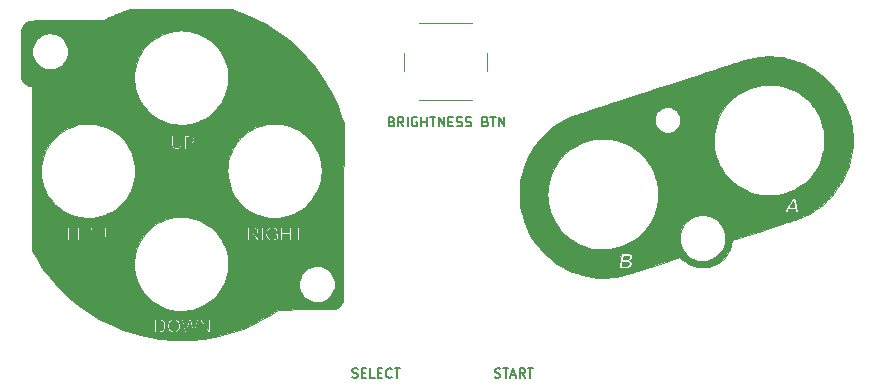
<source format=gbr>
%TF.GenerationSoftware,KiCad,Pcbnew,(6.0.11)*%
%TF.CreationDate,2024-08-10T22:15:18-04:00*%
%TF.ProjectId,gba_slab_sp_remix_button_pcb,6762615f-736c-4616-925f-73705f72656d,1.1*%
%TF.SameCoordinates,Original*%
%TF.FileFunction,Legend,Top*%
%TF.FilePolarity,Positive*%
%FSLAX46Y46*%
G04 Gerber Fmt 4.6, Leading zero omitted, Abs format (unit mm)*
G04 Created by KiCad (PCBNEW (6.0.11)) date 2024-08-10 22:15:18*
%MOMM*%
%LPD*%
G01*
G04 APERTURE LIST*
%ADD10C,0.150000*%
%ADD11C,0.010000*%
%ADD12C,0.120000*%
G04 APERTURE END LIST*
D10*
X97569047Y-97553809D02*
X97683333Y-97591904D01*
X97873809Y-97591904D01*
X97950000Y-97553809D01*
X97988095Y-97515714D01*
X98026190Y-97439523D01*
X98026190Y-97363333D01*
X97988095Y-97287142D01*
X97950000Y-97249047D01*
X97873809Y-97210952D01*
X97721428Y-97172857D01*
X97645238Y-97134761D01*
X97607142Y-97096666D01*
X97569047Y-97020476D01*
X97569047Y-96944285D01*
X97607142Y-96868095D01*
X97645238Y-96830000D01*
X97721428Y-96791904D01*
X97911904Y-96791904D01*
X98026190Y-96830000D01*
X98254761Y-96791904D02*
X98711904Y-96791904D01*
X98483333Y-97591904D02*
X98483333Y-96791904D01*
X98940476Y-97363333D02*
X99321428Y-97363333D01*
X98864285Y-97591904D02*
X99130952Y-96791904D01*
X99397619Y-97591904D01*
X100121428Y-97591904D02*
X99854761Y-97210952D01*
X99664285Y-97591904D02*
X99664285Y-96791904D01*
X99969047Y-96791904D01*
X100045238Y-96830000D01*
X100083333Y-96868095D01*
X100121428Y-96944285D01*
X100121428Y-97058571D01*
X100083333Y-97134761D01*
X100045238Y-97172857D01*
X99969047Y-97210952D01*
X99664285Y-97210952D01*
X100350000Y-96791904D02*
X100807142Y-96791904D01*
X100578571Y-97591904D02*
X100578571Y-96791904D01*
X85499047Y-97553809D02*
X85613333Y-97591904D01*
X85803809Y-97591904D01*
X85880000Y-97553809D01*
X85918095Y-97515714D01*
X85956190Y-97439523D01*
X85956190Y-97363333D01*
X85918095Y-97287142D01*
X85880000Y-97249047D01*
X85803809Y-97210952D01*
X85651428Y-97172857D01*
X85575238Y-97134761D01*
X85537142Y-97096666D01*
X85499047Y-97020476D01*
X85499047Y-96944285D01*
X85537142Y-96868095D01*
X85575238Y-96830000D01*
X85651428Y-96791904D01*
X85841904Y-96791904D01*
X85956190Y-96830000D01*
X86299047Y-97172857D02*
X86565714Y-97172857D01*
X86680000Y-97591904D02*
X86299047Y-97591904D01*
X86299047Y-96791904D01*
X86680000Y-96791904D01*
X87403809Y-97591904D02*
X87022857Y-97591904D01*
X87022857Y-96791904D01*
X87670476Y-97172857D02*
X87937142Y-97172857D01*
X88051428Y-97591904D02*
X87670476Y-97591904D01*
X87670476Y-96791904D01*
X88051428Y-96791904D01*
X88851428Y-97515714D02*
X88813333Y-97553809D01*
X88699047Y-97591904D01*
X88622857Y-97591904D01*
X88508571Y-97553809D01*
X88432380Y-97477619D01*
X88394285Y-97401428D01*
X88356190Y-97249047D01*
X88356190Y-97134761D01*
X88394285Y-96982380D01*
X88432380Y-96906190D01*
X88508571Y-96830000D01*
X88622857Y-96791904D01*
X88699047Y-96791904D01*
X88813333Y-96830000D01*
X88851428Y-96868095D01*
X89080000Y-96791904D02*
X89537142Y-96791904D01*
X89308571Y-97591904D02*
X89308571Y-96791904D01*
%TO.C,*%
%TO.C,BRIGHTNESS BTN*%
X88843428Y-75888857D02*
X88957714Y-75926952D01*
X88995809Y-75965047D01*
X89033904Y-76041238D01*
X89033904Y-76155523D01*
X88995809Y-76231714D01*
X88957714Y-76269809D01*
X88881523Y-76307904D01*
X88576761Y-76307904D01*
X88576761Y-75507904D01*
X88843428Y-75507904D01*
X88919619Y-75546000D01*
X88957714Y-75584095D01*
X88995809Y-75660285D01*
X88995809Y-75736476D01*
X88957714Y-75812666D01*
X88919619Y-75850761D01*
X88843428Y-75888857D01*
X88576761Y-75888857D01*
X89833904Y-76307904D02*
X89567238Y-75926952D01*
X89376761Y-76307904D02*
X89376761Y-75507904D01*
X89681523Y-75507904D01*
X89757714Y-75546000D01*
X89795809Y-75584095D01*
X89833904Y-75660285D01*
X89833904Y-75774571D01*
X89795809Y-75850761D01*
X89757714Y-75888857D01*
X89681523Y-75926952D01*
X89376761Y-75926952D01*
X90176761Y-76307904D02*
X90176761Y-75507904D01*
X90976761Y-75546000D02*
X90900571Y-75507904D01*
X90786285Y-75507904D01*
X90672000Y-75546000D01*
X90595809Y-75622190D01*
X90557714Y-75698380D01*
X90519619Y-75850761D01*
X90519619Y-75965047D01*
X90557714Y-76117428D01*
X90595809Y-76193619D01*
X90672000Y-76269809D01*
X90786285Y-76307904D01*
X90862476Y-76307904D01*
X90976761Y-76269809D01*
X91014857Y-76231714D01*
X91014857Y-75965047D01*
X90862476Y-75965047D01*
X91357714Y-76307904D02*
X91357714Y-75507904D01*
X91357714Y-75888857D02*
X91814857Y-75888857D01*
X91814857Y-76307904D02*
X91814857Y-75507904D01*
X92081523Y-75507904D02*
X92538666Y-75507904D01*
X92310095Y-76307904D02*
X92310095Y-75507904D01*
X92805333Y-76307904D02*
X92805333Y-75507904D01*
X93262476Y-76307904D01*
X93262476Y-75507904D01*
X93643428Y-75888857D02*
X93910095Y-75888857D01*
X94024380Y-76307904D02*
X93643428Y-76307904D01*
X93643428Y-75507904D01*
X94024380Y-75507904D01*
X94329142Y-76269809D02*
X94443428Y-76307904D01*
X94633904Y-76307904D01*
X94710095Y-76269809D01*
X94748190Y-76231714D01*
X94786285Y-76155523D01*
X94786285Y-76079333D01*
X94748190Y-76003142D01*
X94710095Y-75965047D01*
X94633904Y-75926952D01*
X94481523Y-75888857D01*
X94405333Y-75850761D01*
X94367238Y-75812666D01*
X94329142Y-75736476D01*
X94329142Y-75660285D01*
X94367238Y-75584095D01*
X94405333Y-75546000D01*
X94481523Y-75507904D01*
X94672000Y-75507904D01*
X94786285Y-75546000D01*
X95091047Y-76269809D02*
X95205333Y-76307904D01*
X95395809Y-76307904D01*
X95472000Y-76269809D01*
X95510095Y-76231714D01*
X95548190Y-76155523D01*
X95548190Y-76079333D01*
X95510095Y-76003142D01*
X95472000Y-75965047D01*
X95395809Y-75926952D01*
X95243428Y-75888857D01*
X95167238Y-75850761D01*
X95129142Y-75812666D01*
X95091047Y-75736476D01*
X95091047Y-75660285D01*
X95129142Y-75584095D01*
X95167238Y-75546000D01*
X95243428Y-75507904D01*
X95433904Y-75507904D01*
X95548190Y-75546000D01*
X96767238Y-75888857D02*
X96881523Y-75926952D01*
X96919619Y-75965047D01*
X96957714Y-76041238D01*
X96957714Y-76155523D01*
X96919619Y-76231714D01*
X96881523Y-76269809D01*
X96805333Y-76307904D01*
X96500571Y-76307904D01*
X96500571Y-75507904D01*
X96767238Y-75507904D01*
X96843428Y-75546000D01*
X96881523Y-75584095D01*
X96919619Y-75660285D01*
X96919619Y-75736476D01*
X96881523Y-75812666D01*
X96843428Y-75850761D01*
X96767238Y-75888857D01*
X96500571Y-75888857D01*
X97186285Y-75507904D02*
X97643428Y-75507904D01*
X97414857Y-76307904D02*
X97414857Y-75507904D01*
X97910095Y-76307904D02*
X97910095Y-75507904D01*
X98367238Y-76307904D01*
X98367238Y-75507904D01*
%TO.C,G\u002A\u002A\u002A*%
G36*
X70458782Y-92708940D02*
G01*
X70498493Y-92718398D01*
X70584938Y-92764532D01*
X70653654Y-92830972D01*
X70704140Y-92916827D01*
X70735894Y-93021209D01*
X70748413Y-93143230D01*
X70748603Y-93161452D01*
X70739326Y-93283305D01*
X70711310Y-93385580D01*
X70664277Y-93468825D01*
X70597947Y-93533591D01*
X70543177Y-93566621D01*
X70442698Y-93602531D01*
X70341913Y-93611207D01*
X70284915Y-93604153D01*
X70199553Y-93574015D01*
X70121963Y-93521627D01*
X70057297Y-93451926D01*
X70010706Y-93369849D01*
X69996313Y-93327642D01*
X69989951Y-93287290D01*
X69986306Y-93228234D01*
X69985789Y-93158983D01*
X69986657Y-93127483D01*
X69997808Y-93012031D01*
X70022474Y-92918193D01*
X70062323Y-92842975D01*
X70119024Y-92783383D01*
X70194247Y-92736422D01*
X70208301Y-92729794D01*
X70258818Y-92714914D01*
X70324656Y-92706193D01*
X70394937Y-92704059D01*
X70458782Y-92708940D01*
G37*
D11*
X70458782Y-92708940D02*
X70498493Y-92718398D01*
X70584938Y-92764532D01*
X70653654Y-92830972D01*
X70704140Y-92916827D01*
X70735894Y-93021209D01*
X70748413Y-93143230D01*
X70748603Y-93161452D01*
X70739326Y-93283305D01*
X70711310Y-93385580D01*
X70664277Y-93468825D01*
X70597947Y-93533591D01*
X70543177Y-93566621D01*
X70442698Y-93602531D01*
X70341913Y-93611207D01*
X70284915Y-93604153D01*
X70199553Y-93574015D01*
X70121963Y-93521627D01*
X70057297Y-93451926D01*
X70010706Y-93369849D01*
X69996313Y-93327642D01*
X69989951Y-93287290D01*
X69986306Y-93228234D01*
X69985789Y-93158983D01*
X69986657Y-93127483D01*
X69997808Y-93012031D01*
X70022474Y-92918193D01*
X70062323Y-92842975D01*
X70119024Y-92783383D01*
X70194247Y-92736422D01*
X70208301Y-92729794D01*
X70258818Y-92714914D01*
X70324656Y-92706193D01*
X70394937Y-92704059D01*
X70458782Y-92708940D01*
G36*
X58695878Y-87378296D02*
G01*
X58521452Y-87075607D01*
X58417312Y-86889118D01*
X58417312Y-85930645D01*
X61339678Y-85930645D01*
X62036130Y-85930645D01*
X62227312Y-85930645D01*
X63060323Y-85930645D01*
X63278818Y-85930645D01*
X63415377Y-85930645D01*
X63415377Y-85425377D01*
X63947957Y-85425377D01*
X63947957Y-85288818D01*
X63414561Y-85288818D01*
X63422205Y-84940592D01*
X63726049Y-84936916D01*
X64029893Y-84933241D01*
X64029893Y-84932971D01*
X64152796Y-84932971D01*
X64333737Y-84936781D01*
X64514678Y-84940592D01*
X64518262Y-85435619D01*
X64521847Y-85930645D01*
X64658065Y-85930645D01*
X64658065Y-84933764D01*
X65026775Y-84933764D01*
X65026775Y-84810861D01*
X64152796Y-84810861D01*
X64152796Y-84932971D01*
X64029893Y-84932971D01*
X64029893Y-84810861D01*
X63278818Y-84810861D01*
X63278818Y-85930645D01*
X63060323Y-85930645D01*
X63060323Y-85807742D01*
X62363122Y-85807742D01*
X62366910Y-85613145D01*
X62370699Y-85418549D01*
X62681371Y-85414878D01*
X62992043Y-85411208D01*
X62992043Y-85288818D01*
X62363055Y-85288818D01*
X62370699Y-84940592D01*
X63033011Y-84933278D01*
X63033011Y-84810861D01*
X62227312Y-84810861D01*
X62227312Y-85930645D01*
X62036130Y-85930645D01*
X62036130Y-85807742D01*
X61489893Y-85807742D01*
X61489893Y-84810861D01*
X61339678Y-84810861D01*
X61339678Y-85930645D01*
X58417312Y-85930645D01*
X58417312Y-79957190D01*
X59143982Y-79957190D01*
X59148673Y-80276068D01*
X59178989Y-80594857D01*
X59235131Y-80912064D01*
X59317297Y-81226197D01*
X59425687Y-81535764D01*
X59463991Y-81629033D01*
X59602386Y-81920169D01*
X59764323Y-82197835D01*
X59950094Y-82462468D01*
X60159991Y-82714507D01*
X60267553Y-82829245D01*
X60490211Y-83043608D01*
X60718188Y-83233577D01*
X60955363Y-83402030D01*
X61205611Y-83551848D01*
X61326022Y-83615218D01*
X61532978Y-83713939D01*
X61734698Y-83797539D01*
X61936719Y-83867611D01*
X62144578Y-83925747D01*
X62363813Y-83973540D01*
X62599960Y-84012582D01*
X62794033Y-84037367D01*
X62847516Y-84041248D01*
X62922534Y-84043643D01*
X63013355Y-84044640D01*
X63114248Y-84044325D01*
X63219480Y-84042783D01*
X63323319Y-84040099D01*
X63420035Y-84036362D01*
X63503895Y-84031655D01*
X63569167Y-84026066D01*
X63572504Y-84025689D01*
X63901551Y-83974317D01*
X64222017Y-83897323D01*
X64532769Y-83795319D01*
X64832678Y-83668921D01*
X65120611Y-83518741D01*
X65395437Y-83345394D01*
X65656025Y-83149493D01*
X65901242Y-82931651D01*
X66129959Y-82692483D01*
X66215917Y-82591775D01*
X66411633Y-82333825D01*
X66584144Y-82062715D01*
X66733194Y-81780088D01*
X66858528Y-81487590D01*
X66959890Y-81186867D01*
X67037024Y-80879563D01*
X67089676Y-80567325D01*
X67117588Y-80251798D01*
X67119290Y-80066761D01*
X74932237Y-80066761D01*
X74933452Y-80201425D01*
X74936838Y-80330247D01*
X74942395Y-80447716D01*
X74950122Y-80548322D01*
X74958713Y-80618495D01*
X75023290Y-80949272D01*
X75111622Y-81269371D01*
X75223157Y-81577345D01*
X75357342Y-81871747D01*
X75513627Y-82151129D01*
X75585984Y-82264033D01*
X75713415Y-82442249D01*
X75858236Y-82622167D01*
X76014767Y-82797569D01*
X76177328Y-82962238D01*
X76340236Y-83109958D01*
X76415807Y-83172159D01*
X76674756Y-83361728D01*
X76946850Y-83530129D01*
X77229670Y-83676337D01*
X77520801Y-83799327D01*
X77817824Y-83898075D01*
X78118324Y-83971555D01*
X78409570Y-84017574D01*
X78471283Y-84024674D01*
X78527106Y-84031109D01*
X78568421Y-84035885D01*
X78580269Y-84037261D01*
X78624019Y-84040376D01*
X78689456Y-84042511D01*
X78770977Y-84043707D01*
X78862977Y-84044004D01*
X78959851Y-84043442D01*
X79055994Y-84042062D01*
X79145803Y-84039905D01*
X79223672Y-84037010D01*
X79283997Y-84033418D01*
X79299172Y-84032080D01*
X79625322Y-83986153D01*
X79944147Y-83914280D01*
X80254367Y-83817147D01*
X80554704Y-83695442D01*
X80843877Y-83549852D01*
X81120607Y-83381066D01*
X81383614Y-83189770D01*
X81631619Y-82976651D01*
X81863342Y-82742398D01*
X82005450Y-82578119D01*
X82201865Y-82317298D01*
X82374963Y-82042894D01*
X82524280Y-81756276D01*
X82649355Y-81458813D01*
X82749725Y-81151875D01*
X82824927Y-80836831D01*
X82874498Y-80515051D01*
X82897977Y-80187904D01*
X82898060Y-79935699D01*
X82874791Y-79603522D01*
X82825454Y-79279493D01*
X82750055Y-78963627D01*
X82648600Y-78655938D01*
X82521093Y-78356443D01*
X82367541Y-78065156D01*
X82187948Y-77782093D01*
X82071347Y-77621022D01*
X82016818Y-77553779D01*
X81945753Y-77473211D01*
X81862467Y-77383633D01*
X81771276Y-77289359D01*
X81676494Y-77194705D01*
X81582436Y-77103986D01*
X81493418Y-77021517D01*
X81413754Y-76951612D01*
X81352420Y-76902094D01*
X81074557Y-76707684D01*
X80788041Y-76539157D01*
X80492560Y-76396387D01*
X80187799Y-76279250D01*
X79873445Y-76187619D01*
X79549182Y-76121370D01*
X79317689Y-76090197D01*
X79177647Y-76079274D01*
X79019711Y-76073898D01*
X78852175Y-76073888D01*
X78683335Y-76079066D01*
X78521487Y-76089253D01*
X78374926Y-76104271D01*
X78322080Y-76111646D01*
X77996241Y-76174978D01*
X77679581Y-76263829D01*
X77373154Y-76377667D01*
X77078019Y-76515955D01*
X76795231Y-76678161D01*
X76525847Y-76863749D01*
X76270923Y-77072184D01*
X76094663Y-77238366D01*
X75868005Y-77483729D01*
X75665091Y-77742586D01*
X75485934Y-78014907D01*
X75330553Y-78300660D01*
X75198961Y-78599814D01*
X75091176Y-78912337D01*
X75007212Y-79238198D01*
X74958720Y-79498710D01*
X74949083Y-79579914D01*
X74941615Y-79682832D01*
X74936319Y-79801954D01*
X74933192Y-79931767D01*
X74932237Y-80066761D01*
X67119290Y-80066761D01*
X67120507Y-79934627D01*
X67098175Y-79617457D01*
X67050339Y-79301934D01*
X66976741Y-78989704D01*
X66877128Y-78682411D01*
X66838616Y-78582652D01*
X66702985Y-78280908D01*
X66545238Y-77994393D01*
X66366509Y-77724005D01*
X66167931Y-77470642D01*
X65950641Y-77235203D01*
X65769303Y-77067957D01*
X70147742Y-77067957D01*
X70147854Y-77385457D01*
X70148840Y-77537764D01*
X70152005Y-77665547D01*
X70157843Y-77771540D01*
X70166843Y-77858479D01*
X70179497Y-77929099D01*
X70196295Y-77986135D01*
X70217729Y-78032323D01*
X70244290Y-78070397D01*
X70276468Y-78103092D01*
X70276713Y-78103308D01*
X70329463Y-78143749D01*
X70384106Y-78171586D01*
X70446878Y-78188518D01*
X70524018Y-78196246D01*
X70618871Y-78196544D01*
X70686856Y-78193779D01*
X70735921Y-78188537D01*
X70739206Y-78187742D01*
X71281183Y-78187742D01*
X71431398Y-78187742D01*
X71431398Y-77723441D01*
X71640895Y-77723441D01*
X71756282Y-77721465D01*
X71848393Y-77714604D01*
X71921043Y-77701457D01*
X71978045Y-77680625D01*
X72023212Y-77650707D01*
X72060358Y-77610302D01*
X72093296Y-77558012D01*
X72093760Y-77557161D01*
X72124118Y-77477432D01*
X72134175Y-77392257D01*
X72124937Y-77307860D01*
X72097409Y-77230463D01*
X72052596Y-77166288D01*
X72026914Y-77143271D01*
X71989206Y-77119104D01*
X71944655Y-77100381D01*
X71889606Y-77086522D01*
X71820403Y-77076948D01*
X71733391Y-77071081D01*
X71624913Y-77068342D01*
X71551432Y-77067957D01*
X71281183Y-77067957D01*
X71281183Y-78187742D01*
X70739206Y-78187742D01*
X70774444Y-78179215D01*
X70810802Y-78164210D01*
X70824939Y-78157127D01*
X70873435Y-78127084D01*
X70918893Y-78090904D01*
X70937015Y-78072736D01*
X70960210Y-78044248D01*
X70979049Y-78014843D01*
X70994037Y-77981340D01*
X71005678Y-77940557D01*
X71014478Y-77889313D01*
X71020941Y-77824425D01*
X71025573Y-77742713D01*
X71028879Y-77640993D01*
X71031364Y-77516086D01*
X71032016Y-77474221D01*
X71038078Y-77067957D01*
X70885162Y-77067957D01*
X70885162Y-77454672D01*
X70884738Y-77586110D01*
X70883173Y-77693249D01*
X70880022Y-77779092D01*
X70874843Y-77846643D01*
X70867192Y-77898904D01*
X70856626Y-77938880D01*
X70842702Y-77969574D01*
X70824977Y-77993990D01*
X70803007Y-78015131D01*
X70802381Y-78015659D01*
X70742472Y-78050447D01*
X70667193Y-78071370D01*
X70584927Y-78078042D01*
X70504057Y-78070078D01*
X70432966Y-78047092D01*
X70409354Y-78033742D01*
X70381874Y-78014585D01*
X70359678Y-77995215D01*
X70342167Y-77972590D01*
X70328743Y-77943666D01*
X70318808Y-77905400D01*
X70311761Y-77854747D01*
X70307006Y-77788666D01*
X70303942Y-77704112D01*
X70301972Y-77598043D01*
X70300633Y-77481049D01*
X70296481Y-77067957D01*
X70147742Y-77067957D01*
X65769303Y-77067957D01*
X65715771Y-77018586D01*
X65464456Y-76821691D01*
X65197830Y-76645415D01*
X64917029Y-76490658D01*
X64623185Y-76358318D01*
X64317434Y-76249293D01*
X64000910Y-76164483D01*
X63719038Y-76111306D01*
X63585402Y-76094919D01*
X63432939Y-76082996D01*
X63269794Y-76075715D01*
X63104112Y-76073254D01*
X62944039Y-76075789D01*
X62797721Y-76083500D01*
X62728771Y-76089719D01*
X62401984Y-76137952D01*
X62081601Y-76212024D01*
X61769330Y-76311239D01*
X61466882Y-76434900D01*
X61175966Y-76582311D01*
X60898292Y-76752775D01*
X60643226Y-76939484D01*
X60574429Y-76997545D01*
X60492843Y-77071712D01*
X60403244Y-77157178D01*
X60310407Y-77249133D01*
X60219108Y-77342769D01*
X60134123Y-77433279D01*
X60060227Y-77515853D01*
X60005022Y-77582092D01*
X59811893Y-77847944D01*
X59642794Y-78125649D01*
X59497923Y-78413713D01*
X59377480Y-78710645D01*
X59281665Y-79014951D01*
X59210677Y-79325139D01*
X59164716Y-79639716D01*
X59143982Y-79957190D01*
X58417312Y-79957190D01*
X58417312Y-72922031D01*
X58298554Y-72904860D01*
X58139714Y-72868574D01*
X57991626Y-72808212D01*
X57856326Y-72725580D01*
X57735850Y-72622486D01*
X57632234Y-72500737D01*
X57547515Y-72362140D01*
X57489632Y-72222719D01*
X67036952Y-72222719D01*
X67041853Y-72389897D01*
X67051643Y-72550324D01*
X67066146Y-72695803D01*
X67074424Y-72755919D01*
X67137099Y-73078547D01*
X67224473Y-73391274D01*
X67335518Y-73693013D01*
X67469205Y-73982673D01*
X67624504Y-74259166D01*
X67800387Y-74521402D01*
X67995824Y-74768293D01*
X68209786Y-74998749D01*
X68441245Y-75211681D01*
X68689171Y-75405999D01*
X68952536Y-75580614D01*
X69230309Y-75734438D01*
X69521464Y-75866381D01*
X69824969Y-75975354D01*
X70139796Y-76060267D01*
X70210807Y-76075680D01*
X70503619Y-76125929D01*
X70792635Y-76153632D01*
X71083987Y-76159060D01*
X71383808Y-76142483D01*
X71487350Y-76132041D01*
X71803885Y-76083081D01*
X72115065Y-76007972D01*
X72419146Y-75907639D01*
X72714387Y-75783004D01*
X72999043Y-75634992D01*
X73271372Y-75464525D01*
X73529630Y-75272527D01*
X73772074Y-75059922D01*
X73996962Y-74827634D01*
X74038216Y-74780592D01*
X74245707Y-74520037D01*
X74428678Y-74247652D01*
X74587243Y-73963185D01*
X74721517Y-73666382D01*
X74831617Y-73356990D01*
X74917656Y-73034756D01*
X74976779Y-72719387D01*
X74987823Y-72625782D01*
X74996391Y-72511463D01*
X75002399Y-72382924D01*
X75005761Y-72246658D01*
X75006390Y-72109159D01*
X75004201Y-71976920D01*
X74999108Y-71856435D01*
X74991025Y-71754197D01*
X74989700Y-71742151D01*
X74938585Y-71411802D01*
X74862087Y-71090020D01*
X74760694Y-70777963D01*
X74634891Y-70476787D01*
X74485164Y-70187649D01*
X74312000Y-69911706D01*
X74115884Y-69650114D01*
X74105137Y-69637010D01*
X73964456Y-69477394D01*
X73805362Y-69316388D01*
X73634032Y-69159434D01*
X73456644Y-69011970D01*
X73279376Y-68879439D01*
X73138388Y-68785688D01*
X72853893Y-68623953D01*
X72560629Y-68487435D01*
X72260113Y-68376047D01*
X71953862Y-68289707D01*
X71643394Y-68228328D01*
X71330225Y-68191827D01*
X71015872Y-68180119D01*
X70701854Y-68193120D01*
X70389686Y-68230744D01*
X70080887Y-68292907D01*
X69776973Y-68379524D01*
X69479461Y-68490512D01*
X69189870Y-68625784D01*
X68909715Y-68785257D01*
X68640514Y-68968845D01*
X68545210Y-69041903D01*
X68474516Y-69100979D01*
X68391354Y-69175644D01*
X68300534Y-69261122D01*
X68206864Y-69352639D01*
X68115152Y-69445419D01*
X68030207Y-69534686D01*
X67956837Y-69615665D01*
X67902603Y-69680108D01*
X67709902Y-69943985D01*
X67539842Y-70222475D01*
X67393065Y-70514007D01*
X67270209Y-70817012D01*
X67171915Y-71129919D01*
X67098825Y-71451156D01*
X67053315Y-71762635D01*
X67042508Y-71900892D01*
X67037112Y-72056985D01*
X67036952Y-72222719D01*
X57489632Y-72222719D01*
X57483729Y-72208503D01*
X57472323Y-72171539D01*
X57440914Y-72063065D01*
X57440914Y-70123925D01*
X57440922Y-69992188D01*
X58386413Y-69992188D01*
X58392031Y-70111000D01*
X58402941Y-70199033D01*
X58450300Y-70394760D01*
X58522043Y-70580464D01*
X58616461Y-70754152D01*
X58731840Y-70913836D01*
X58866471Y-71057524D01*
X59018642Y-71183226D01*
X59186640Y-71288953D01*
X59368756Y-71372713D01*
X59431367Y-71395096D01*
X59525606Y-71424010D01*
X59612048Y-71444313D01*
X59698731Y-71457071D01*
X59793693Y-71463351D01*
X59904975Y-71464220D01*
X59946775Y-71463498D01*
X60039153Y-71460664D01*
X60112171Y-71456128D01*
X60173768Y-71448968D01*
X60231885Y-71438256D01*
X60294461Y-71423069D01*
X60295000Y-71422927D01*
X60484972Y-71359117D01*
X60663270Y-71271637D01*
X60827956Y-71162333D01*
X60977094Y-71033052D01*
X61108744Y-70885642D01*
X61220969Y-70721949D01*
X61311832Y-70543820D01*
X61364154Y-70403871D01*
X61401828Y-70266759D01*
X61424457Y-70134396D01*
X61433375Y-69996248D01*
X61431452Y-69872609D01*
X61409497Y-69669416D01*
X61362088Y-69476018D01*
X61289450Y-69292910D01*
X61191807Y-69120585D01*
X61069383Y-68959535D01*
X60966594Y-68851391D01*
X60878540Y-68770332D01*
X60797566Y-68705112D01*
X60714795Y-68649406D01*
X60621351Y-68596887D01*
X60579974Y-68575841D01*
X60435617Y-68512092D01*
X60293477Y-68466897D01*
X60146782Y-68438898D01*
X59988760Y-68426739D01*
X59841035Y-68427823D01*
X59725175Y-68434494D01*
X59627226Y-68445800D01*
X59537942Y-68463490D01*
X59448075Y-68489314D01*
X59369615Y-68516979D01*
X59188719Y-68598940D01*
X59021556Y-68703389D01*
X58869874Y-68828271D01*
X58735425Y-68971529D01*
X58619958Y-69131110D01*
X58525222Y-69304956D01*
X58452968Y-69491014D01*
X58414205Y-69639140D01*
X58397713Y-69745658D01*
X58388378Y-69866874D01*
X58386413Y-69992188D01*
X57440922Y-69992188D01*
X57440931Y-69854132D01*
X57440991Y-69610269D01*
X57441112Y-69390954D01*
X57441309Y-69194806D01*
X57441599Y-69020443D01*
X57441997Y-68866483D01*
X57442521Y-68731544D01*
X57443187Y-68614245D01*
X57444010Y-68513204D01*
X57445007Y-68427039D01*
X57446194Y-68354369D01*
X57447588Y-68293811D01*
X57449205Y-68243984D01*
X57451061Y-68203507D01*
X57453172Y-68170997D01*
X57455555Y-68145073D01*
X57458225Y-68124353D01*
X57461200Y-68107455D01*
X57464495Y-68092998D01*
X57464834Y-68091665D01*
X57518415Y-67935334D01*
X57594736Y-67791341D01*
X57691732Y-67662248D01*
X57807340Y-67550617D01*
X57939494Y-67459011D01*
X58000807Y-67426456D01*
X58022698Y-67415390D01*
X58041758Y-67405159D01*
X58059070Y-67395729D01*
X58075717Y-67387065D01*
X58092783Y-67379133D01*
X58111351Y-67371898D01*
X58132505Y-67365325D01*
X58157328Y-67359379D01*
X58186902Y-67354026D01*
X58222313Y-67349231D01*
X58264642Y-67344958D01*
X58314973Y-67341174D01*
X58374390Y-67337843D01*
X58443976Y-67334932D01*
X58524814Y-67332404D01*
X58617988Y-67330225D01*
X58724581Y-67328361D01*
X58845676Y-67326776D01*
X58982357Y-67325436D01*
X59135707Y-67324307D01*
X59306810Y-67323353D01*
X59496748Y-67322540D01*
X59706606Y-67321832D01*
X59937465Y-67321196D01*
X60190411Y-67320596D01*
X60466526Y-67319998D01*
X60766893Y-67319367D01*
X61092597Y-67318667D01*
X61380646Y-67318016D01*
X64473710Y-67310807D01*
X64667919Y-67211904D01*
X64937304Y-67080049D01*
X65228251Y-66947526D01*
X65535174Y-66816654D01*
X65852486Y-66689755D01*
X66174601Y-66569147D01*
X66438692Y-66476472D01*
X66655717Y-66402689D01*
X75388608Y-66402689D01*
X75650516Y-66491966D01*
X76203503Y-66693880D01*
X76753788Y-66921406D01*
X77297763Y-67172857D01*
X77831817Y-67446547D01*
X78352340Y-67740792D01*
X78448982Y-67798623D01*
X78967398Y-68127493D01*
X79472714Y-68479917D01*
X79963742Y-68854874D01*
X80439294Y-69251340D01*
X80898182Y-69668294D01*
X81339219Y-70104713D01*
X81761216Y-70559576D01*
X82059298Y-70905958D01*
X82442278Y-71386906D01*
X82803775Y-71884522D01*
X83143445Y-72398181D01*
X83460946Y-72927258D01*
X83755934Y-73471127D01*
X84028065Y-74029164D01*
X84276995Y-74600742D01*
X84502381Y-75185237D01*
X84655846Y-75631960D01*
X84759741Y-75950748D01*
X84756070Y-83463627D01*
X84755802Y-84006084D01*
X84755539Y-84521905D01*
X84755279Y-85011765D01*
X84755019Y-85476341D01*
X84754758Y-85916307D01*
X84754492Y-86332340D01*
X84754219Y-86725116D01*
X84753937Y-87095309D01*
X84753644Y-87443597D01*
X84753336Y-87770653D01*
X84753012Y-88077155D01*
X84752668Y-88363777D01*
X84752304Y-88631196D01*
X84751915Y-88880087D01*
X84751500Y-89111126D01*
X84751057Y-89324989D01*
X84750582Y-89522350D01*
X84750073Y-89703887D01*
X84749529Y-89870274D01*
X84748946Y-90022188D01*
X84748323Y-90160303D01*
X84747655Y-90285296D01*
X84746943Y-90397843D01*
X84746182Y-90498619D01*
X84745370Y-90588299D01*
X84744505Y-90667560D01*
X84743585Y-90737077D01*
X84742607Y-90797526D01*
X84741569Y-90849582D01*
X84740467Y-90893921D01*
X84739301Y-90931220D01*
X84738067Y-90962153D01*
X84736763Y-90987396D01*
X84735386Y-91007625D01*
X84733934Y-91023516D01*
X84732405Y-91035744D01*
X84730796Y-91044986D01*
X84729105Y-91051916D01*
X84728740Y-91053140D01*
X84665032Y-91217218D01*
X84581092Y-91363092D01*
X84477471Y-91490210D01*
X84354717Y-91598020D01*
X84213382Y-91685969D01*
X84054015Y-91753505D01*
X84019947Y-91764539D01*
X83919732Y-91795435D01*
X81577742Y-91802476D01*
X79235753Y-91809516D01*
X78947322Y-92001948D01*
X78426576Y-92333048D01*
X77891729Y-92641133D01*
X77343925Y-92925768D01*
X76784310Y-93186521D01*
X76214030Y-93422959D01*
X75634230Y-93634649D01*
X75046056Y-93821157D01*
X74450654Y-93982050D01*
X73849168Y-94116896D01*
X73242746Y-94225260D01*
X72957078Y-94266822D01*
X72712562Y-94298176D01*
X72481950Y-94324111D01*
X72258953Y-94345059D01*
X72037278Y-94361450D01*
X71810637Y-94373717D01*
X71572738Y-94382290D01*
X71317292Y-94387602D01*
X71171936Y-94389248D01*
X71046283Y-94390182D01*
X70925948Y-94390824D01*
X70814392Y-94391173D01*
X70715076Y-94391229D01*
X70631461Y-94390993D01*
X70567009Y-94390463D01*
X70525182Y-94389640D01*
X70516452Y-94389278D01*
X70289481Y-94376451D01*
X70085212Y-94363558D01*
X69899038Y-94350198D01*
X69726351Y-94335969D01*
X69562543Y-94320470D01*
X69403007Y-94303298D01*
X69243135Y-94284052D01*
X69109990Y-94266634D01*
X68495728Y-94170131D01*
X67888473Y-94047643D01*
X67288990Y-93899617D01*
X66698048Y-93726504D01*
X66670906Y-93717276D01*
X68741183Y-93717276D01*
X69024543Y-93711188D01*
X69129305Y-93708436D01*
X69210651Y-93705025D01*
X69272480Y-93700627D01*
X69318686Y-93694913D01*
X69353164Y-93687556D01*
X69370120Y-93682115D01*
X69456643Y-93637727D01*
X69528248Y-93573215D01*
X69586456Y-93486840D01*
X69630218Y-93384435D01*
X69645539Y-93332122D01*
X69654715Y-93278193D01*
X69658950Y-93213248D01*
X69659490Y-93165538D01*
X69833818Y-93165538D01*
X69845787Y-93296741D01*
X69880833Y-93413717D01*
X69938402Y-93515645D01*
X70017940Y-93601707D01*
X70118892Y-93671082D01*
X70201619Y-93709130D01*
X70251972Y-93720184D01*
X70327176Y-93724538D01*
X70379893Y-93723987D01*
X70449267Y-93720541D01*
X70501305Y-93713660D01*
X70545944Y-93701397D01*
X70591560Y-93682524D01*
X70690001Y-93622797D01*
X70771137Y-93543265D01*
X70833576Y-93446320D01*
X70875926Y-93334354D01*
X70896794Y-93209760D01*
X70898818Y-93154624D01*
X70887436Y-93024199D01*
X70854370Y-92907072D01*
X70801233Y-92805085D01*
X70729642Y-92720080D01*
X70641212Y-92653898D01*
X70537559Y-92608381D01*
X70502794Y-92601559D01*
X70998740Y-92601559D01*
X71132463Y-93106828D01*
X71162970Y-93221971D01*
X71191815Y-93330593D01*
X71218126Y-93429436D01*
X71241036Y-93515244D01*
X71259673Y-93584761D01*
X71273169Y-93634730D01*
X71280654Y-93661895D01*
X71281060Y-93663307D01*
X71290979Y-93693099D01*
X71303781Y-93708281D01*
X71327795Y-93713778D01*
X71367654Y-93714516D01*
X71439372Y-93714516D01*
X71575358Y-93224154D01*
X71606150Y-93113676D01*
X71634747Y-93012137D01*
X71660323Y-92922391D01*
X71682053Y-92847290D01*
X71699109Y-92789688D01*
X71710666Y-92752438D01*
X71715897Y-92738393D01*
X71716038Y-92738372D01*
X71720623Y-92752124D01*
X71731615Y-92789259D01*
X71748178Y-92846829D01*
X71769474Y-92921885D01*
X71794668Y-93011477D01*
X71822922Y-93112655D01*
X71853399Y-93222471D01*
X71854188Y-93225321D01*
X71987645Y-93707689D01*
X72056613Y-93711777D01*
X72099204Y-93712529D01*
X72122008Y-93706994D01*
X72132197Y-93693242D01*
X72132813Y-93691293D01*
X72141103Y-93662147D01*
X72154994Y-93612189D01*
X72173571Y-93544792D01*
X72195916Y-93463329D01*
X72221112Y-93371174D01*
X72248244Y-93271700D01*
X72276395Y-93168282D01*
X72304647Y-93064293D01*
X72332085Y-92963107D01*
X72357792Y-92868096D01*
X72380851Y-92782636D01*
X72400346Y-92710098D01*
X72415360Y-92653858D01*
X72424976Y-92617288D01*
X72428280Y-92603788D01*
X72416001Y-92598591D01*
X72384649Y-92595315D01*
X72360921Y-92594732D01*
X72578495Y-92594732D01*
X72578495Y-93714516D01*
X72714676Y-93714516D01*
X72721882Y-92833710D01*
X73015484Y-93273734D01*
X73309087Y-93713758D01*
X73380780Y-93714137D01*
X73452474Y-93714516D01*
X73452474Y-92594732D01*
X73316293Y-92594732D01*
X73309087Y-93472590D01*
X72724449Y-92594732D01*
X72578495Y-92594732D01*
X72360921Y-92594732D01*
X72317639Y-92597086D01*
X72294762Y-92605568D01*
X72286579Y-92618629D01*
X72281138Y-92639444D01*
X72270438Y-92682230D01*
X72255375Y-92743279D01*
X72236849Y-92818882D01*
X72215758Y-92905328D01*
X72192999Y-92998911D01*
X72169472Y-93095920D01*
X72146074Y-93192645D01*
X72123704Y-93285380D01*
X72103260Y-93370413D01*
X72085640Y-93444036D01*
X72071743Y-93502540D01*
X72062468Y-93542216D01*
X72058711Y-93559355D01*
X72058677Y-93559633D01*
X72055738Y-93551772D01*
X72048393Y-93521888D01*
X72037745Y-93474709D01*
X72024897Y-93414962D01*
X72024712Y-93414086D01*
X72011213Y-93354820D01*
X71991652Y-93275484D01*
X71967626Y-93182224D01*
X71940732Y-93081188D01*
X71912568Y-92978521D01*
X71898737Y-92929301D01*
X71805833Y-92601559D01*
X71629874Y-92601559D01*
X71550678Y-92881506D01*
X71522580Y-92981443D01*
X71492894Y-93088093D01*
X71463937Y-93193059D01*
X71438027Y-93287938D01*
X71418777Y-93359463D01*
X71400174Y-93426477D01*
X71383525Y-93481089D01*
X71370166Y-93519327D01*
X71361432Y-93537220D01*
X71359097Y-93536990D01*
X71354494Y-93519222D01*
X71344585Y-93478050D01*
X71330125Y-93416701D01*
X71311866Y-93338403D01*
X71290562Y-93246381D01*
X71266965Y-93143865D01*
X71247619Y-93059417D01*
X71222927Y-92951844D01*
X71200052Y-92853021D01*
X71179724Y-92766030D01*
X71162672Y-92693957D01*
X71149624Y-92639886D01*
X71141308Y-92606899D01*
X71138553Y-92597764D01*
X71123496Y-92595903D01*
X71090141Y-92596213D01*
X71066364Y-92597379D01*
X70998740Y-92601559D01*
X70502794Y-92601559D01*
X70420298Y-92585371D01*
X70398036Y-92583770D01*
X70281483Y-92586159D01*
X70180792Y-92607974D01*
X70091126Y-92650823D01*
X70012236Y-92712023D01*
X69935559Y-92798414D01*
X69881006Y-92896227D01*
X69847553Y-93008066D01*
X69834174Y-93136537D01*
X69833818Y-93165538D01*
X69659490Y-93165538D01*
X69659614Y-93154624D01*
X69650750Y-93018479D01*
X69624399Y-92902327D01*
X69579900Y-92804648D01*
X69516593Y-92723925D01*
X69448174Y-92667958D01*
X69406271Y-92643913D01*
X69358256Y-92625424D01*
X69300219Y-92611887D01*
X69228251Y-92602694D01*
X69138442Y-92597240D01*
X69026880Y-92594918D01*
X68975629Y-92594732D01*
X68741183Y-92594732D01*
X68741183Y-93717276D01*
X66670906Y-93717276D01*
X66116414Y-93528754D01*
X65544856Y-93306814D01*
X64984140Y-93061135D01*
X64435036Y-92792165D01*
X64071899Y-92594732D01*
X63898310Y-92500354D01*
X63374729Y-92186151D01*
X62865062Y-91850005D01*
X62370075Y-91492366D01*
X61890537Y-91113683D01*
X61427214Y-90714404D01*
X60980875Y-90294980D01*
X60552286Y-89855859D01*
X60142216Y-89397491D01*
X59751432Y-88920325D01*
X59569112Y-88682312D01*
X59260688Y-88255018D01*
X59048467Y-87938065D01*
X67041699Y-87938065D01*
X67041872Y-88068643D01*
X67043266Y-88177805D01*
X67046413Y-88271436D01*
X67051848Y-88355421D01*
X67060105Y-88435648D01*
X67071718Y-88518003D01*
X67087222Y-88608371D01*
X67107151Y-88712639D01*
X67116053Y-88757420D01*
X67188834Y-89054367D01*
X67287231Y-89349153D01*
X67409582Y-89638283D01*
X67554221Y-89918267D01*
X67719487Y-90185611D01*
X67903715Y-90436824D01*
X67933505Y-90473660D01*
X68008005Y-90560089D01*
X68097303Y-90656467D01*
X68195948Y-90757446D01*
X68298490Y-90857681D01*
X68399480Y-90951827D01*
X68493468Y-91034538D01*
X68563656Y-91091763D01*
X68835522Y-91286086D01*
X69117537Y-91455122D01*
X69410384Y-91599202D01*
X69714745Y-91718657D01*
X70031300Y-91813817D01*
X70072635Y-91824236D01*
X70171151Y-91846535D01*
X70284117Y-91868835D01*
X70403212Y-91889750D01*
X70520117Y-91907896D01*
X70626511Y-91921890D01*
X70707635Y-91929882D01*
X70781716Y-91933700D01*
X70875080Y-91935936D01*
X70980171Y-91936650D01*
X71089431Y-91935901D01*
X71195303Y-91933749D01*
X71290228Y-91930254D01*
X71366651Y-91925476D01*
X71376775Y-91924585D01*
X71705234Y-91880616D01*
X72026229Y-91810688D01*
X72338529Y-91715433D01*
X72640906Y-91595483D01*
X72932130Y-91451469D01*
X73210972Y-91284024D01*
X73476202Y-91093778D01*
X73726592Y-90881365D01*
X73960911Y-90647415D01*
X74045332Y-90553172D01*
X74243564Y-90304354D01*
X74421363Y-90038626D01*
X74577770Y-89758227D01*
X74629579Y-89645054D01*
X80998227Y-89645054D01*
X81000625Y-89783571D01*
X81009989Y-89902713D01*
X81027944Y-90009889D01*
X81056114Y-90112508D01*
X81096127Y-90217978D01*
X81149033Y-90332547D01*
X81248575Y-90504536D01*
X81369136Y-90660763D01*
X81508366Y-90799603D01*
X81663914Y-90919432D01*
X81833431Y-91018623D01*
X82014567Y-91095552D01*
X82204972Y-91148595D01*
X82364355Y-91172931D01*
X82447799Y-91178980D01*
X82529089Y-91179932D01*
X82618029Y-91175608D01*
X82718011Y-91166507D01*
X82766266Y-91159353D01*
X82827701Y-91147415D01*
X82889189Y-91133249D01*
X82890405Y-91132941D01*
X83077989Y-91071567D01*
X83254950Y-90986329D01*
X83419223Y-90879302D01*
X83568742Y-90752558D01*
X83701443Y-90608170D01*
X83815258Y-90448214D01*
X83908124Y-90274761D01*
X83977973Y-90089885D01*
X83996708Y-90022438D01*
X84012386Y-89940865D01*
X84024131Y-89840847D01*
X84031578Y-89731018D01*
X84034361Y-89620010D01*
X84032111Y-89516458D01*
X84024464Y-89428995D01*
X84022469Y-89415515D01*
X83977362Y-89218981D01*
X83907051Y-89031174D01*
X83812846Y-88854256D01*
X83696053Y-88690390D01*
X83557981Y-88541742D01*
X83426825Y-88430455D01*
X83337762Y-88370460D01*
X83230697Y-88310444D01*
X83114593Y-88254723D01*
X82998413Y-88207612D01*
X82895538Y-88174604D01*
X82843182Y-88161146D01*
X82797555Y-88151428D01*
X82752415Y-88144851D01*
X82701517Y-88140816D01*
X82638617Y-88138724D01*
X82557474Y-88137976D01*
X82513173Y-88137918D01*
X82421540Y-88138265D01*
X82351010Y-88139697D01*
X82295375Y-88142802D01*
X82248432Y-88148169D01*
X82203973Y-88156385D01*
X82155794Y-88168038D01*
X82133847Y-88173859D01*
X82009698Y-88214045D01*
X81879732Y-88267933D01*
X81755375Y-88330350D01*
X81658004Y-88389331D01*
X81584548Y-88444747D01*
X81503094Y-88516001D01*
X81420678Y-88596127D01*
X81344336Y-88678162D01*
X81281104Y-88755143D01*
X81262675Y-88780608D01*
X81186331Y-88905257D01*
X81117208Y-89045264D01*
X81060810Y-89188729D01*
X81035089Y-89272557D01*
X81021594Y-89325240D01*
X81011894Y-89371825D01*
X81005352Y-89418750D01*
X81001332Y-89472453D01*
X80999196Y-89539370D01*
X80998307Y-89625940D01*
X80998227Y-89645054D01*
X74629579Y-89645054D01*
X74711824Y-89465399D01*
X74822567Y-89162381D01*
X74909037Y-88851414D01*
X74970276Y-88534738D01*
X74995198Y-88336053D01*
X75001975Y-88243756D01*
X75006416Y-88132037D01*
X75008528Y-88008684D01*
X75008318Y-87881488D01*
X75005793Y-87758236D01*
X75000960Y-87646719D01*
X74994511Y-87561485D01*
X74948645Y-87233635D01*
X74876870Y-86913859D01*
X74779650Y-86603139D01*
X74657451Y-86302453D01*
X74510736Y-86012783D01*
X74460223Y-85930645D01*
X76606990Y-85930645D01*
X76757205Y-85930645D01*
X76757205Y-85421725D01*
X76892072Y-85428219D01*
X76952719Y-85431754D01*
X77002022Y-85437620D01*
X77043277Y-85448446D01*
X77079783Y-85466862D01*
X77114837Y-85495498D01*
X77151738Y-85536984D01*
X77193782Y-85593950D01*
X77244268Y-85669026D01*
X77298319Y-85752194D01*
X77409272Y-85923818D01*
X77591362Y-85931920D01*
X77590561Y-85930645D01*
X77767742Y-85930645D01*
X77904302Y-85930645D01*
X77904302Y-85368539D01*
X78144017Y-85368539D01*
X78151696Y-85483028D01*
X78178720Y-85593036D01*
X78197669Y-85640259D01*
X78249750Y-85734311D01*
X78312362Y-85807243D01*
X78390593Y-85863592D01*
X78489528Y-85907893D01*
X78503198Y-85912671D01*
X78596538Y-85934749D01*
X78701416Y-85943814D01*
X78805436Y-85939440D01*
X78853651Y-85930645D01*
X79406452Y-85930645D01*
X79543011Y-85930645D01*
X79543011Y-85398065D01*
X80143871Y-85398065D01*
X80143871Y-85930645D01*
X80280431Y-85930645D01*
X80280431Y-84932993D01*
X80444302Y-84932993D01*
X80632070Y-84936792D01*
X80819839Y-84940592D01*
X80823424Y-85435619D01*
X80827008Y-85930645D01*
X80963226Y-85930645D01*
X80963226Y-84933764D01*
X81331936Y-84933764D01*
X81331936Y-84810861D01*
X80444302Y-84810861D01*
X80444302Y-84932993D01*
X80280431Y-84932993D01*
X80280431Y-84810861D01*
X80143871Y-84810861D01*
X80143871Y-85275162D01*
X79543011Y-85275162D01*
X79543011Y-84810861D01*
X79406452Y-84810861D01*
X79406452Y-85930645D01*
X78853651Y-85930645D01*
X78880699Y-85925711D01*
X78948132Y-85902658D01*
X79024322Y-85868981D01*
X79096405Y-85830743D01*
X79136748Y-85805061D01*
X79174302Y-85778571D01*
X79174302Y-85353683D01*
X79131627Y-85362218D01*
X79102362Y-85365373D01*
X79052282Y-85368001D01*
X78987880Y-85369864D01*
X78915652Y-85370723D01*
X78899476Y-85370753D01*
X78710000Y-85370753D01*
X78710000Y-85493656D01*
X79037742Y-85493656D01*
X79037742Y-85711000D01*
X78979705Y-85744641D01*
X78875623Y-85791233D01*
X78765887Y-85815530D01*
X78656017Y-85817188D01*
X78551532Y-85795863D01*
X78499141Y-85774596D01*
X78421886Y-85725886D01*
X78363920Y-85663586D01*
X78324020Y-85585291D01*
X78300963Y-85488599D01*
X78293523Y-85371103D01*
X78293522Y-85370753D01*
X78298786Y-85265761D01*
X78315791Y-85180163D01*
X78346361Y-85107906D01*
X78392200Y-85043074D01*
X78460381Y-84980936D01*
X78540752Y-84941059D01*
X78636265Y-84922201D01*
X78684065Y-84920241D01*
X78786038Y-84927236D01*
X78867276Y-84949499D01*
X78930619Y-84988509D01*
X78978906Y-85045744D01*
X78999636Y-85084563D01*
X79018686Y-85123557D01*
X79033729Y-85142680D01*
X79051259Y-85147269D01*
X79071882Y-85143969D01*
X79118776Y-85132989D01*
X79143103Y-85121607D01*
X79148920Y-85103325D01*
X79140281Y-85071641D01*
X79131616Y-85048231D01*
X79086297Y-84965262D01*
X79018433Y-84894959D01*
X78931081Y-84840474D01*
X78929404Y-84839684D01*
X78891888Y-84823488D01*
X78857243Y-84813052D01*
X78842559Y-84810861D01*
X78817686Y-84807150D01*
X78765431Y-84804555D01*
X78703173Y-84804033D01*
X78605680Y-84807251D01*
X78527013Y-84818291D01*
X78459297Y-84839229D01*
X78394655Y-84872142D01*
X78359775Y-84894588D01*
X78286168Y-84960463D01*
X78226759Y-85045531D01*
X78182578Y-85145055D01*
X78154654Y-85254303D01*
X78144017Y-85368539D01*
X77904302Y-85368539D01*
X77904302Y-84810861D01*
X77767742Y-84810861D01*
X77767742Y-85930645D01*
X77590561Y-85930645D01*
X77554506Y-85873245D01*
X77483536Y-85761823D01*
X77424033Y-85671993D01*
X77374318Y-85601405D01*
X77332711Y-85547712D01*
X77297533Y-85508563D01*
X77285565Y-85497070D01*
X77250336Y-85466741D01*
X77221980Y-85445738D01*
X77208155Y-85439033D01*
X77194648Y-85428827D01*
X77194194Y-85425377D01*
X77205772Y-85414666D01*
X77224920Y-85411587D01*
X77268566Y-85402725D01*
X77322342Y-85379801D01*
X77376849Y-85347850D01*
X77422690Y-85311905D01*
X77435323Y-85298886D01*
X77476400Y-85232587D01*
X77496692Y-85155599D01*
X77496606Y-85074463D01*
X77476546Y-84995720D01*
X77436920Y-84925914D01*
X77410386Y-84896862D01*
X77383900Y-84874001D01*
X77356647Y-84856002D01*
X77324981Y-84842221D01*
X77285253Y-84832016D01*
X77233816Y-84824741D01*
X77167024Y-84819753D01*
X77081227Y-84816408D01*
X76972781Y-84814062D01*
X76938146Y-84813501D01*
X76767461Y-84810861D01*
X76606990Y-84808379D01*
X76606990Y-85930645D01*
X74460223Y-85930645D01*
X74339971Y-85735109D01*
X74145620Y-85470412D01*
X73928149Y-85219671D01*
X73842121Y-85130836D01*
X73599060Y-84906127D01*
X73340905Y-84703969D01*
X73068652Y-84524842D01*
X72783294Y-84369225D01*
X72485826Y-84237598D01*
X72177243Y-84130442D01*
X71858539Y-84048235D01*
X71530707Y-83991458D01*
X71463550Y-83983128D01*
X71351889Y-83973500D01*
X71221074Y-83967667D01*
X71077789Y-83965499D01*
X70928721Y-83966862D01*
X70780553Y-83971624D01*
X70639971Y-83979653D01*
X70513661Y-83990818D01*
X70415063Y-84003865D01*
X70083490Y-84071103D01*
X69764095Y-84162721D01*
X69457147Y-84278585D01*
X69162917Y-84418555D01*
X68881672Y-84582495D01*
X68613682Y-84770269D01*
X68359217Y-84981738D01*
X68201485Y-85131545D01*
X67976023Y-85375815D01*
X67773586Y-85634640D01*
X67594476Y-85907419D01*
X67438997Y-86193554D01*
X67307452Y-86492444D01*
X67200143Y-86803489D01*
X67117373Y-87126091D01*
X67073020Y-87365975D01*
X67063313Y-87432035D01*
X67055821Y-87493707D01*
X67050263Y-87556130D01*
X67046359Y-87624445D01*
X67043825Y-87703791D01*
X67042381Y-87799307D01*
X67041746Y-87916134D01*
X67041699Y-87938065D01*
X59048467Y-87938065D01*
X58968317Y-87818362D01*
X58695878Y-87378296D01*
G37*
X58695878Y-87378296D02*
X58521452Y-87075607D01*
X58417312Y-86889118D01*
X58417312Y-85930645D01*
X61339678Y-85930645D01*
X62036130Y-85930645D01*
X62227312Y-85930645D01*
X63060323Y-85930645D01*
X63278818Y-85930645D01*
X63415377Y-85930645D01*
X63415377Y-85425377D01*
X63947957Y-85425377D01*
X63947957Y-85288818D01*
X63414561Y-85288818D01*
X63422205Y-84940592D01*
X63726049Y-84936916D01*
X64029893Y-84933241D01*
X64029893Y-84932971D01*
X64152796Y-84932971D01*
X64333737Y-84936781D01*
X64514678Y-84940592D01*
X64518262Y-85435619D01*
X64521847Y-85930645D01*
X64658065Y-85930645D01*
X64658065Y-84933764D01*
X65026775Y-84933764D01*
X65026775Y-84810861D01*
X64152796Y-84810861D01*
X64152796Y-84932971D01*
X64029893Y-84932971D01*
X64029893Y-84810861D01*
X63278818Y-84810861D01*
X63278818Y-85930645D01*
X63060323Y-85930645D01*
X63060323Y-85807742D01*
X62363122Y-85807742D01*
X62366910Y-85613145D01*
X62370699Y-85418549D01*
X62681371Y-85414878D01*
X62992043Y-85411208D01*
X62992043Y-85288818D01*
X62363055Y-85288818D01*
X62370699Y-84940592D01*
X63033011Y-84933278D01*
X63033011Y-84810861D01*
X62227312Y-84810861D01*
X62227312Y-85930645D01*
X62036130Y-85930645D01*
X62036130Y-85807742D01*
X61489893Y-85807742D01*
X61489893Y-84810861D01*
X61339678Y-84810861D01*
X61339678Y-85930645D01*
X58417312Y-85930645D01*
X58417312Y-79957190D01*
X59143982Y-79957190D01*
X59148673Y-80276068D01*
X59178989Y-80594857D01*
X59235131Y-80912064D01*
X59317297Y-81226197D01*
X59425687Y-81535764D01*
X59463991Y-81629033D01*
X59602386Y-81920169D01*
X59764323Y-82197835D01*
X59950094Y-82462468D01*
X60159991Y-82714507D01*
X60267553Y-82829245D01*
X60490211Y-83043608D01*
X60718188Y-83233577D01*
X60955363Y-83402030D01*
X61205611Y-83551848D01*
X61326022Y-83615218D01*
X61532978Y-83713939D01*
X61734698Y-83797539D01*
X61936719Y-83867611D01*
X62144578Y-83925747D01*
X62363813Y-83973540D01*
X62599960Y-84012582D01*
X62794033Y-84037367D01*
X62847516Y-84041248D01*
X62922534Y-84043643D01*
X63013355Y-84044640D01*
X63114248Y-84044325D01*
X63219480Y-84042783D01*
X63323319Y-84040099D01*
X63420035Y-84036362D01*
X63503895Y-84031655D01*
X63569167Y-84026066D01*
X63572504Y-84025689D01*
X63901551Y-83974317D01*
X64222017Y-83897323D01*
X64532769Y-83795319D01*
X64832678Y-83668921D01*
X65120611Y-83518741D01*
X65395437Y-83345394D01*
X65656025Y-83149493D01*
X65901242Y-82931651D01*
X66129959Y-82692483D01*
X66215917Y-82591775D01*
X66411633Y-82333825D01*
X66584144Y-82062715D01*
X66733194Y-81780088D01*
X66858528Y-81487590D01*
X66959890Y-81186867D01*
X67037024Y-80879563D01*
X67089676Y-80567325D01*
X67117588Y-80251798D01*
X67119290Y-80066761D01*
X74932237Y-80066761D01*
X74933452Y-80201425D01*
X74936838Y-80330247D01*
X74942395Y-80447716D01*
X74950122Y-80548322D01*
X74958713Y-80618495D01*
X75023290Y-80949272D01*
X75111622Y-81269371D01*
X75223157Y-81577345D01*
X75357342Y-81871747D01*
X75513627Y-82151129D01*
X75585984Y-82264033D01*
X75713415Y-82442249D01*
X75858236Y-82622167D01*
X76014767Y-82797569D01*
X76177328Y-82962238D01*
X76340236Y-83109958D01*
X76415807Y-83172159D01*
X76674756Y-83361728D01*
X76946850Y-83530129D01*
X77229670Y-83676337D01*
X77520801Y-83799327D01*
X77817824Y-83898075D01*
X78118324Y-83971555D01*
X78409570Y-84017574D01*
X78471283Y-84024674D01*
X78527106Y-84031109D01*
X78568421Y-84035885D01*
X78580269Y-84037261D01*
X78624019Y-84040376D01*
X78689456Y-84042511D01*
X78770977Y-84043707D01*
X78862977Y-84044004D01*
X78959851Y-84043442D01*
X79055994Y-84042062D01*
X79145803Y-84039905D01*
X79223672Y-84037010D01*
X79283997Y-84033418D01*
X79299172Y-84032080D01*
X79625322Y-83986153D01*
X79944147Y-83914280D01*
X80254367Y-83817147D01*
X80554704Y-83695442D01*
X80843877Y-83549852D01*
X81120607Y-83381066D01*
X81383614Y-83189770D01*
X81631619Y-82976651D01*
X81863342Y-82742398D01*
X82005450Y-82578119D01*
X82201865Y-82317298D01*
X82374963Y-82042894D01*
X82524280Y-81756276D01*
X82649355Y-81458813D01*
X82749725Y-81151875D01*
X82824927Y-80836831D01*
X82874498Y-80515051D01*
X82897977Y-80187904D01*
X82898060Y-79935699D01*
X82874791Y-79603522D01*
X82825454Y-79279493D01*
X82750055Y-78963627D01*
X82648600Y-78655938D01*
X82521093Y-78356443D01*
X82367541Y-78065156D01*
X82187948Y-77782093D01*
X82071347Y-77621022D01*
X82016818Y-77553779D01*
X81945753Y-77473211D01*
X81862467Y-77383633D01*
X81771276Y-77289359D01*
X81676494Y-77194705D01*
X81582436Y-77103986D01*
X81493418Y-77021517D01*
X81413754Y-76951612D01*
X81352420Y-76902094D01*
X81074557Y-76707684D01*
X80788041Y-76539157D01*
X80492560Y-76396387D01*
X80187799Y-76279250D01*
X79873445Y-76187619D01*
X79549182Y-76121370D01*
X79317689Y-76090197D01*
X79177647Y-76079274D01*
X79019711Y-76073898D01*
X78852175Y-76073888D01*
X78683335Y-76079066D01*
X78521487Y-76089253D01*
X78374926Y-76104271D01*
X78322080Y-76111646D01*
X77996241Y-76174978D01*
X77679581Y-76263829D01*
X77373154Y-76377667D01*
X77078019Y-76515955D01*
X76795231Y-76678161D01*
X76525847Y-76863749D01*
X76270923Y-77072184D01*
X76094663Y-77238366D01*
X75868005Y-77483729D01*
X75665091Y-77742586D01*
X75485934Y-78014907D01*
X75330553Y-78300660D01*
X75198961Y-78599814D01*
X75091176Y-78912337D01*
X75007212Y-79238198D01*
X74958720Y-79498710D01*
X74949083Y-79579914D01*
X74941615Y-79682832D01*
X74936319Y-79801954D01*
X74933192Y-79931767D01*
X74932237Y-80066761D01*
X67119290Y-80066761D01*
X67120507Y-79934627D01*
X67098175Y-79617457D01*
X67050339Y-79301934D01*
X66976741Y-78989704D01*
X66877128Y-78682411D01*
X66838616Y-78582652D01*
X66702985Y-78280908D01*
X66545238Y-77994393D01*
X66366509Y-77724005D01*
X66167931Y-77470642D01*
X65950641Y-77235203D01*
X65769303Y-77067957D01*
X70147742Y-77067957D01*
X70147854Y-77385457D01*
X70148840Y-77537764D01*
X70152005Y-77665547D01*
X70157843Y-77771540D01*
X70166843Y-77858479D01*
X70179497Y-77929099D01*
X70196295Y-77986135D01*
X70217729Y-78032323D01*
X70244290Y-78070397D01*
X70276468Y-78103092D01*
X70276713Y-78103308D01*
X70329463Y-78143749D01*
X70384106Y-78171586D01*
X70446878Y-78188518D01*
X70524018Y-78196246D01*
X70618871Y-78196544D01*
X70686856Y-78193779D01*
X70735921Y-78188537D01*
X70739206Y-78187742D01*
X71281183Y-78187742D01*
X71431398Y-78187742D01*
X71431398Y-77723441D01*
X71640895Y-77723441D01*
X71756282Y-77721465D01*
X71848393Y-77714604D01*
X71921043Y-77701457D01*
X71978045Y-77680625D01*
X72023212Y-77650707D01*
X72060358Y-77610302D01*
X72093296Y-77558012D01*
X72093760Y-77557161D01*
X72124118Y-77477432D01*
X72134175Y-77392257D01*
X72124937Y-77307860D01*
X72097409Y-77230463D01*
X72052596Y-77166288D01*
X72026914Y-77143271D01*
X71989206Y-77119104D01*
X71944655Y-77100381D01*
X71889606Y-77086522D01*
X71820403Y-77076948D01*
X71733391Y-77071081D01*
X71624913Y-77068342D01*
X71551432Y-77067957D01*
X71281183Y-77067957D01*
X71281183Y-78187742D01*
X70739206Y-78187742D01*
X70774444Y-78179215D01*
X70810802Y-78164210D01*
X70824939Y-78157127D01*
X70873435Y-78127084D01*
X70918893Y-78090904D01*
X70937015Y-78072736D01*
X70960210Y-78044248D01*
X70979049Y-78014843D01*
X70994037Y-77981340D01*
X71005678Y-77940557D01*
X71014478Y-77889313D01*
X71020941Y-77824425D01*
X71025573Y-77742713D01*
X71028879Y-77640993D01*
X71031364Y-77516086D01*
X71032016Y-77474221D01*
X71038078Y-77067957D01*
X70885162Y-77067957D01*
X70885162Y-77454672D01*
X70884738Y-77586110D01*
X70883173Y-77693249D01*
X70880022Y-77779092D01*
X70874843Y-77846643D01*
X70867192Y-77898904D01*
X70856626Y-77938880D01*
X70842702Y-77969574D01*
X70824977Y-77993990D01*
X70803007Y-78015131D01*
X70802381Y-78015659D01*
X70742472Y-78050447D01*
X70667193Y-78071370D01*
X70584927Y-78078042D01*
X70504057Y-78070078D01*
X70432966Y-78047092D01*
X70409354Y-78033742D01*
X70381874Y-78014585D01*
X70359678Y-77995215D01*
X70342167Y-77972590D01*
X70328743Y-77943666D01*
X70318808Y-77905400D01*
X70311761Y-77854747D01*
X70307006Y-77788666D01*
X70303942Y-77704112D01*
X70301972Y-77598043D01*
X70300633Y-77481049D01*
X70296481Y-77067957D01*
X70147742Y-77067957D01*
X65769303Y-77067957D01*
X65715771Y-77018586D01*
X65464456Y-76821691D01*
X65197830Y-76645415D01*
X64917029Y-76490658D01*
X64623185Y-76358318D01*
X64317434Y-76249293D01*
X64000910Y-76164483D01*
X63719038Y-76111306D01*
X63585402Y-76094919D01*
X63432939Y-76082996D01*
X63269794Y-76075715D01*
X63104112Y-76073254D01*
X62944039Y-76075789D01*
X62797721Y-76083500D01*
X62728771Y-76089719D01*
X62401984Y-76137952D01*
X62081601Y-76212024D01*
X61769330Y-76311239D01*
X61466882Y-76434900D01*
X61175966Y-76582311D01*
X60898292Y-76752775D01*
X60643226Y-76939484D01*
X60574429Y-76997545D01*
X60492843Y-77071712D01*
X60403244Y-77157178D01*
X60310407Y-77249133D01*
X60219108Y-77342769D01*
X60134123Y-77433279D01*
X60060227Y-77515853D01*
X60005022Y-77582092D01*
X59811893Y-77847944D01*
X59642794Y-78125649D01*
X59497923Y-78413713D01*
X59377480Y-78710645D01*
X59281665Y-79014951D01*
X59210677Y-79325139D01*
X59164716Y-79639716D01*
X59143982Y-79957190D01*
X58417312Y-79957190D01*
X58417312Y-72922031D01*
X58298554Y-72904860D01*
X58139714Y-72868574D01*
X57991626Y-72808212D01*
X57856326Y-72725580D01*
X57735850Y-72622486D01*
X57632234Y-72500737D01*
X57547515Y-72362140D01*
X57489632Y-72222719D01*
X67036952Y-72222719D01*
X67041853Y-72389897D01*
X67051643Y-72550324D01*
X67066146Y-72695803D01*
X67074424Y-72755919D01*
X67137099Y-73078547D01*
X67224473Y-73391274D01*
X67335518Y-73693013D01*
X67469205Y-73982673D01*
X67624504Y-74259166D01*
X67800387Y-74521402D01*
X67995824Y-74768293D01*
X68209786Y-74998749D01*
X68441245Y-75211681D01*
X68689171Y-75405999D01*
X68952536Y-75580614D01*
X69230309Y-75734438D01*
X69521464Y-75866381D01*
X69824969Y-75975354D01*
X70139796Y-76060267D01*
X70210807Y-76075680D01*
X70503619Y-76125929D01*
X70792635Y-76153632D01*
X71083987Y-76159060D01*
X71383808Y-76142483D01*
X71487350Y-76132041D01*
X71803885Y-76083081D01*
X72115065Y-76007972D01*
X72419146Y-75907639D01*
X72714387Y-75783004D01*
X72999043Y-75634992D01*
X73271372Y-75464525D01*
X73529630Y-75272527D01*
X73772074Y-75059922D01*
X73996962Y-74827634D01*
X74038216Y-74780592D01*
X74245707Y-74520037D01*
X74428678Y-74247652D01*
X74587243Y-73963185D01*
X74721517Y-73666382D01*
X74831617Y-73356990D01*
X74917656Y-73034756D01*
X74976779Y-72719387D01*
X74987823Y-72625782D01*
X74996391Y-72511463D01*
X75002399Y-72382924D01*
X75005761Y-72246658D01*
X75006390Y-72109159D01*
X75004201Y-71976920D01*
X74999108Y-71856435D01*
X74991025Y-71754197D01*
X74989700Y-71742151D01*
X74938585Y-71411802D01*
X74862087Y-71090020D01*
X74760694Y-70777963D01*
X74634891Y-70476787D01*
X74485164Y-70187649D01*
X74312000Y-69911706D01*
X74115884Y-69650114D01*
X74105137Y-69637010D01*
X73964456Y-69477394D01*
X73805362Y-69316388D01*
X73634032Y-69159434D01*
X73456644Y-69011970D01*
X73279376Y-68879439D01*
X73138388Y-68785688D01*
X72853893Y-68623953D01*
X72560629Y-68487435D01*
X72260113Y-68376047D01*
X71953862Y-68289707D01*
X71643394Y-68228328D01*
X71330225Y-68191827D01*
X71015872Y-68180119D01*
X70701854Y-68193120D01*
X70389686Y-68230744D01*
X70080887Y-68292907D01*
X69776973Y-68379524D01*
X69479461Y-68490512D01*
X69189870Y-68625784D01*
X68909715Y-68785257D01*
X68640514Y-68968845D01*
X68545210Y-69041903D01*
X68474516Y-69100979D01*
X68391354Y-69175644D01*
X68300534Y-69261122D01*
X68206864Y-69352639D01*
X68115152Y-69445419D01*
X68030207Y-69534686D01*
X67956837Y-69615665D01*
X67902603Y-69680108D01*
X67709902Y-69943985D01*
X67539842Y-70222475D01*
X67393065Y-70514007D01*
X67270209Y-70817012D01*
X67171915Y-71129919D01*
X67098825Y-71451156D01*
X67053315Y-71762635D01*
X67042508Y-71900892D01*
X67037112Y-72056985D01*
X67036952Y-72222719D01*
X57489632Y-72222719D01*
X57483729Y-72208503D01*
X57472323Y-72171539D01*
X57440914Y-72063065D01*
X57440914Y-70123925D01*
X57440922Y-69992188D01*
X58386413Y-69992188D01*
X58392031Y-70111000D01*
X58402941Y-70199033D01*
X58450300Y-70394760D01*
X58522043Y-70580464D01*
X58616461Y-70754152D01*
X58731840Y-70913836D01*
X58866471Y-71057524D01*
X59018642Y-71183226D01*
X59186640Y-71288953D01*
X59368756Y-71372713D01*
X59431367Y-71395096D01*
X59525606Y-71424010D01*
X59612048Y-71444313D01*
X59698731Y-71457071D01*
X59793693Y-71463351D01*
X59904975Y-71464220D01*
X59946775Y-71463498D01*
X60039153Y-71460664D01*
X60112171Y-71456128D01*
X60173768Y-71448968D01*
X60231885Y-71438256D01*
X60294461Y-71423069D01*
X60295000Y-71422927D01*
X60484972Y-71359117D01*
X60663270Y-71271637D01*
X60827956Y-71162333D01*
X60977094Y-71033052D01*
X61108744Y-70885642D01*
X61220969Y-70721949D01*
X61311832Y-70543820D01*
X61364154Y-70403871D01*
X61401828Y-70266759D01*
X61424457Y-70134396D01*
X61433375Y-69996248D01*
X61431452Y-69872609D01*
X61409497Y-69669416D01*
X61362088Y-69476018D01*
X61289450Y-69292910D01*
X61191807Y-69120585D01*
X61069383Y-68959535D01*
X60966594Y-68851391D01*
X60878540Y-68770332D01*
X60797566Y-68705112D01*
X60714795Y-68649406D01*
X60621351Y-68596887D01*
X60579974Y-68575841D01*
X60435617Y-68512092D01*
X60293477Y-68466897D01*
X60146782Y-68438898D01*
X59988760Y-68426739D01*
X59841035Y-68427823D01*
X59725175Y-68434494D01*
X59627226Y-68445800D01*
X59537942Y-68463490D01*
X59448075Y-68489314D01*
X59369615Y-68516979D01*
X59188719Y-68598940D01*
X59021556Y-68703389D01*
X58869874Y-68828271D01*
X58735425Y-68971529D01*
X58619958Y-69131110D01*
X58525222Y-69304956D01*
X58452968Y-69491014D01*
X58414205Y-69639140D01*
X58397713Y-69745658D01*
X58388378Y-69866874D01*
X58386413Y-69992188D01*
X57440922Y-69992188D01*
X57440931Y-69854132D01*
X57440991Y-69610269D01*
X57441112Y-69390954D01*
X57441309Y-69194806D01*
X57441599Y-69020443D01*
X57441997Y-68866483D01*
X57442521Y-68731544D01*
X57443187Y-68614245D01*
X57444010Y-68513204D01*
X57445007Y-68427039D01*
X57446194Y-68354369D01*
X57447588Y-68293811D01*
X57449205Y-68243984D01*
X57451061Y-68203507D01*
X57453172Y-68170997D01*
X57455555Y-68145073D01*
X57458225Y-68124353D01*
X57461200Y-68107455D01*
X57464495Y-68092998D01*
X57464834Y-68091665D01*
X57518415Y-67935334D01*
X57594736Y-67791341D01*
X57691732Y-67662248D01*
X57807340Y-67550617D01*
X57939494Y-67459011D01*
X58000807Y-67426456D01*
X58022698Y-67415390D01*
X58041758Y-67405159D01*
X58059070Y-67395729D01*
X58075717Y-67387065D01*
X58092783Y-67379133D01*
X58111351Y-67371898D01*
X58132505Y-67365325D01*
X58157328Y-67359379D01*
X58186902Y-67354026D01*
X58222313Y-67349231D01*
X58264642Y-67344958D01*
X58314973Y-67341174D01*
X58374390Y-67337843D01*
X58443976Y-67334932D01*
X58524814Y-67332404D01*
X58617988Y-67330225D01*
X58724581Y-67328361D01*
X58845676Y-67326776D01*
X58982357Y-67325436D01*
X59135707Y-67324307D01*
X59306810Y-67323353D01*
X59496748Y-67322540D01*
X59706606Y-67321832D01*
X59937465Y-67321196D01*
X60190411Y-67320596D01*
X60466526Y-67319998D01*
X60766893Y-67319367D01*
X61092597Y-67318667D01*
X61380646Y-67318016D01*
X64473710Y-67310807D01*
X64667919Y-67211904D01*
X64937304Y-67080049D01*
X65228251Y-66947526D01*
X65535174Y-66816654D01*
X65852486Y-66689755D01*
X66174601Y-66569147D01*
X66438692Y-66476472D01*
X66655717Y-66402689D01*
X75388608Y-66402689D01*
X75650516Y-66491966D01*
X76203503Y-66693880D01*
X76753788Y-66921406D01*
X77297763Y-67172857D01*
X77831817Y-67446547D01*
X78352340Y-67740792D01*
X78448982Y-67798623D01*
X78967398Y-68127493D01*
X79472714Y-68479917D01*
X79963742Y-68854874D01*
X80439294Y-69251340D01*
X80898182Y-69668294D01*
X81339219Y-70104713D01*
X81761216Y-70559576D01*
X82059298Y-70905958D01*
X82442278Y-71386906D01*
X82803775Y-71884522D01*
X83143445Y-72398181D01*
X83460946Y-72927258D01*
X83755934Y-73471127D01*
X84028065Y-74029164D01*
X84276995Y-74600742D01*
X84502381Y-75185237D01*
X84655846Y-75631960D01*
X84759741Y-75950748D01*
X84756070Y-83463627D01*
X84755802Y-84006084D01*
X84755539Y-84521905D01*
X84755279Y-85011765D01*
X84755019Y-85476341D01*
X84754758Y-85916307D01*
X84754492Y-86332340D01*
X84754219Y-86725116D01*
X84753937Y-87095309D01*
X84753644Y-87443597D01*
X84753336Y-87770653D01*
X84753012Y-88077155D01*
X84752668Y-88363777D01*
X84752304Y-88631196D01*
X84751915Y-88880087D01*
X84751500Y-89111126D01*
X84751057Y-89324989D01*
X84750582Y-89522350D01*
X84750073Y-89703887D01*
X84749529Y-89870274D01*
X84748946Y-90022188D01*
X84748323Y-90160303D01*
X84747655Y-90285296D01*
X84746943Y-90397843D01*
X84746182Y-90498619D01*
X84745370Y-90588299D01*
X84744505Y-90667560D01*
X84743585Y-90737077D01*
X84742607Y-90797526D01*
X84741569Y-90849582D01*
X84740467Y-90893921D01*
X84739301Y-90931220D01*
X84738067Y-90962153D01*
X84736763Y-90987396D01*
X84735386Y-91007625D01*
X84733934Y-91023516D01*
X84732405Y-91035744D01*
X84730796Y-91044986D01*
X84729105Y-91051916D01*
X84728740Y-91053140D01*
X84665032Y-91217218D01*
X84581092Y-91363092D01*
X84477471Y-91490210D01*
X84354717Y-91598020D01*
X84213382Y-91685969D01*
X84054015Y-91753505D01*
X84019947Y-91764539D01*
X83919732Y-91795435D01*
X81577742Y-91802476D01*
X79235753Y-91809516D01*
X78947322Y-92001948D01*
X78426576Y-92333048D01*
X77891729Y-92641133D01*
X77343925Y-92925768D01*
X76784310Y-93186521D01*
X76214030Y-93422959D01*
X75634230Y-93634649D01*
X75046056Y-93821157D01*
X74450654Y-93982050D01*
X73849168Y-94116896D01*
X73242746Y-94225260D01*
X72957078Y-94266822D01*
X72712562Y-94298176D01*
X72481950Y-94324111D01*
X72258953Y-94345059D01*
X72037278Y-94361450D01*
X71810637Y-94373717D01*
X71572738Y-94382290D01*
X71317292Y-94387602D01*
X71171936Y-94389248D01*
X71046283Y-94390182D01*
X70925948Y-94390824D01*
X70814392Y-94391173D01*
X70715076Y-94391229D01*
X70631461Y-94390993D01*
X70567009Y-94390463D01*
X70525182Y-94389640D01*
X70516452Y-94389278D01*
X70289481Y-94376451D01*
X70085212Y-94363558D01*
X69899038Y-94350198D01*
X69726351Y-94335969D01*
X69562543Y-94320470D01*
X69403007Y-94303298D01*
X69243135Y-94284052D01*
X69109990Y-94266634D01*
X68495728Y-94170131D01*
X67888473Y-94047643D01*
X67288990Y-93899617D01*
X66698048Y-93726504D01*
X66670906Y-93717276D01*
X68741183Y-93717276D01*
X69024543Y-93711188D01*
X69129305Y-93708436D01*
X69210651Y-93705025D01*
X69272480Y-93700627D01*
X69318686Y-93694913D01*
X69353164Y-93687556D01*
X69370120Y-93682115D01*
X69456643Y-93637727D01*
X69528248Y-93573215D01*
X69586456Y-93486840D01*
X69630218Y-93384435D01*
X69645539Y-93332122D01*
X69654715Y-93278193D01*
X69658950Y-93213248D01*
X69659490Y-93165538D01*
X69833818Y-93165538D01*
X69845787Y-93296741D01*
X69880833Y-93413717D01*
X69938402Y-93515645D01*
X70017940Y-93601707D01*
X70118892Y-93671082D01*
X70201619Y-93709130D01*
X70251972Y-93720184D01*
X70327176Y-93724538D01*
X70379893Y-93723987D01*
X70449267Y-93720541D01*
X70501305Y-93713660D01*
X70545944Y-93701397D01*
X70591560Y-93682524D01*
X70690001Y-93622797D01*
X70771137Y-93543265D01*
X70833576Y-93446320D01*
X70875926Y-93334354D01*
X70896794Y-93209760D01*
X70898818Y-93154624D01*
X70887436Y-93024199D01*
X70854370Y-92907072D01*
X70801233Y-92805085D01*
X70729642Y-92720080D01*
X70641212Y-92653898D01*
X70537559Y-92608381D01*
X70502794Y-92601559D01*
X70998740Y-92601559D01*
X71132463Y-93106828D01*
X71162970Y-93221971D01*
X71191815Y-93330593D01*
X71218126Y-93429436D01*
X71241036Y-93515244D01*
X71259673Y-93584761D01*
X71273169Y-93634730D01*
X71280654Y-93661895D01*
X71281060Y-93663307D01*
X71290979Y-93693099D01*
X71303781Y-93708281D01*
X71327795Y-93713778D01*
X71367654Y-93714516D01*
X71439372Y-93714516D01*
X71575358Y-93224154D01*
X71606150Y-93113676D01*
X71634747Y-93012137D01*
X71660323Y-92922391D01*
X71682053Y-92847290D01*
X71699109Y-92789688D01*
X71710666Y-92752438D01*
X71715897Y-92738393D01*
X71716038Y-92738372D01*
X71720623Y-92752124D01*
X71731615Y-92789259D01*
X71748178Y-92846829D01*
X71769474Y-92921885D01*
X71794668Y-93011477D01*
X71822922Y-93112655D01*
X71853399Y-93222471D01*
X71854188Y-93225321D01*
X71987645Y-93707689D01*
X72056613Y-93711777D01*
X72099204Y-93712529D01*
X72122008Y-93706994D01*
X72132197Y-93693242D01*
X72132813Y-93691293D01*
X72141103Y-93662147D01*
X72154994Y-93612189D01*
X72173571Y-93544792D01*
X72195916Y-93463329D01*
X72221112Y-93371174D01*
X72248244Y-93271700D01*
X72276395Y-93168282D01*
X72304647Y-93064293D01*
X72332085Y-92963107D01*
X72357792Y-92868096D01*
X72380851Y-92782636D01*
X72400346Y-92710098D01*
X72415360Y-92653858D01*
X72424976Y-92617288D01*
X72428280Y-92603788D01*
X72416001Y-92598591D01*
X72384649Y-92595315D01*
X72360921Y-92594732D01*
X72578495Y-92594732D01*
X72578495Y-93714516D01*
X72714676Y-93714516D01*
X72721882Y-92833710D01*
X73015484Y-93273734D01*
X73309087Y-93713758D01*
X73380780Y-93714137D01*
X73452474Y-93714516D01*
X73452474Y-92594732D01*
X73316293Y-92594732D01*
X73309087Y-93472590D01*
X72724449Y-92594732D01*
X72578495Y-92594732D01*
X72360921Y-92594732D01*
X72317639Y-92597086D01*
X72294762Y-92605568D01*
X72286579Y-92618629D01*
X72281138Y-92639444D01*
X72270438Y-92682230D01*
X72255375Y-92743279D01*
X72236849Y-92818882D01*
X72215758Y-92905328D01*
X72192999Y-92998911D01*
X72169472Y-93095920D01*
X72146074Y-93192645D01*
X72123704Y-93285380D01*
X72103260Y-93370413D01*
X72085640Y-93444036D01*
X72071743Y-93502540D01*
X72062468Y-93542216D01*
X72058711Y-93559355D01*
X72058677Y-93559633D01*
X72055738Y-93551772D01*
X72048393Y-93521888D01*
X72037745Y-93474709D01*
X72024897Y-93414962D01*
X72024712Y-93414086D01*
X72011213Y-93354820D01*
X71991652Y-93275484D01*
X71967626Y-93182224D01*
X71940732Y-93081188D01*
X71912568Y-92978521D01*
X71898737Y-92929301D01*
X71805833Y-92601559D01*
X71629874Y-92601559D01*
X71550678Y-92881506D01*
X71522580Y-92981443D01*
X71492894Y-93088093D01*
X71463937Y-93193059D01*
X71438027Y-93287938D01*
X71418777Y-93359463D01*
X71400174Y-93426477D01*
X71383525Y-93481089D01*
X71370166Y-93519327D01*
X71361432Y-93537220D01*
X71359097Y-93536990D01*
X71354494Y-93519222D01*
X71344585Y-93478050D01*
X71330125Y-93416701D01*
X71311866Y-93338403D01*
X71290562Y-93246381D01*
X71266965Y-93143865D01*
X71247619Y-93059417D01*
X71222927Y-92951844D01*
X71200052Y-92853021D01*
X71179724Y-92766030D01*
X71162672Y-92693957D01*
X71149624Y-92639886D01*
X71141308Y-92606899D01*
X71138553Y-92597764D01*
X71123496Y-92595903D01*
X71090141Y-92596213D01*
X71066364Y-92597379D01*
X70998740Y-92601559D01*
X70502794Y-92601559D01*
X70420298Y-92585371D01*
X70398036Y-92583770D01*
X70281483Y-92586159D01*
X70180792Y-92607974D01*
X70091126Y-92650823D01*
X70012236Y-92712023D01*
X69935559Y-92798414D01*
X69881006Y-92896227D01*
X69847553Y-93008066D01*
X69834174Y-93136537D01*
X69833818Y-93165538D01*
X69659490Y-93165538D01*
X69659614Y-93154624D01*
X69650750Y-93018479D01*
X69624399Y-92902327D01*
X69579900Y-92804648D01*
X69516593Y-92723925D01*
X69448174Y-92667958D01*
X69406271Y-92643913D01*
X69358256Y-92625424D01*
X69300219Y-92611887D01*
X69228251Y-92602694D01*
X69138442Y-92597240D01*
X69026880Y-92594918D01*
X68975629Y-92594732D01*
X68741183Y-92594732D01*
X68741183Y-93717276D01*
X66670906Y-93717276D01*
X66116414Y-93528754D01*
X65544856Y-93306814D01*
X64984140Y-93061135D01*
X64435036Y-92792165D01*
X64071899Y-92594732D01*
X63898310Y-92500354D01*
X63374729Y-92186151D01*
X62865062Y-91850005D01*
X62370075Y-91492366D01*
X61890537Y-91113683D01*
X61427214Y-90714404D01*
X60980875Y-90294980D01*
X60552286Y-89855859D01*
X60142216Y-89397491D01*
X59751432Y-88920325D01*
X59569112Y-88682312D01*
X59260688Y-88255018D01*
X59048467Y-87938065D01*
X67041699Y-87938065D01*
X67041872Y-88068643D01*
X67043266Y-88177805D01*
X67046413Y-88271436D01*
X67051848Y-88355421D01*
X67060105Y-88435648D01*
X67071718Y-88518003D01*
X67087222Y-88608371D01*
X67107151Y-88712639D01*
X67116053Y-88757420D01*
X67188834Y-89054367D01*
X67287231Y-89349153D01*
X67409582Y-89638283D01*
X67554221Y-89918267D01*
X67719487Y-90185611D01*
X67903715Y-90436824D01*
X67933505Y-90473660D01*
X68008005Y-90560089D01*
X68097303Y-90656467D01*
X68195948Y-90757446D01*
X68298490Y-90857681D01*
X68399480Y-90951827D01*
X68493468Y-91034538D01*
X68563656Y-91091763D01*
X68835522Y-91286086D01*
X69117537Y-91455122D01*
X69410384Y-91599202D01*
X69714745Y-91718657D01*
X70031300Y-91813817D01*
X70072635Y-91824236D01*
X70171151Y-91846535D01*
X70284117Y-91868835D01*
X70403212Y-91889750D01*
X70520117Y-91907896D01*
X70626511Y-91921890D01*
X70707635Y-91929882D01*
X70781716Y-91933700D01*
X70875080Y-91935936D01*
X70980171Y-91936650D01*
X71089431Y-91935901D01*
X71195303Y-91933749D01*
X71290228Y-91930254D01*
X71366651Y-91925476D01*
X71376775Y-91924585D01*
X71705234Y-91880616D01*
X72026229Y-91810688D01*
X72338529Y-91715433D01*
X72640906Y-91595483D01*
X72932130Y-91451469D01*
X73210972Y-91284024D01*
X73476202Y-91093778D01*
X73726592Y-90881365D01*
X73960911Y-90647415D01*
X74045332Y-90553172D01*
X74243564Y-90304354D01*
X74421363Y-90038626D01*
X74577770Y-89758227D01*
X74629579Y-89645054D01*
X80998227Y-89645054D01*
X81000625Y-89783571D01*
X81009989Y-89902713D01*
X81027944Y-90009889D01*
X81056114Y-90112508D01*
X81096127Y-90217978D01*
X81149033Y-90332547D01*
X81248575Y-90504536D01*
X81369136Y-90660763D01*
X81508366Y-90799603D01*
X81663914Y-90919432D01*
X81833431Y-91018623D01*
X82014567Y-91095552D01*
X82204972Y-91148595D01*
X82364355Y-91172931D01*
X82447799Y-91178980D01*
X82529089Y-91179932D01*
X82618029Y-91175608D01*
X82718011Y-91166507D01*
X82766266Y-91159353D01*
X82827701Y-91147415D01*
X82889189Y-91133249D01*
X82890405Y-91132941D01*
X83077989Y-91071567D01*
X83254950Y-90986329D01*
X83419223Y-90879302D01*
X83568742Y-90752558D01*
X83701443Y-90608170D01*
X83815258Y-90448214D01*
X83908124Y-90274761D01*
X83977973Y-90089885D01*
X83996708Y-90022438D01*
X84012386Y-89940865D01*
X84024131Y-89840847D01*
X84031578Y-89731018D01*
X84034361Y-89620010D01*
X84032111Y-89516458D01*
X84024464Y-89428995D01*
X84022469Y-89415515D01*
X83977362Y-89218981D01*
X83907051Y-89031174D01*
X83812846Y-88854256D01*
X83696053Y-88690390D01*
X83557981Y-88541742D01*
X83426825Y-88430455D01*
X83337762Y-88370460D01*
X83230697Y-88310444D01*
X83114593Y-88254723D01*
X82998413Y-88207612D01*
X82895538Y-88174604D01*
X82843182Y-88161146D01*
X82797555Y-88151428D01*
X82752415Y-88144851D01*
X82701517Y-88140816D01*
X82638617Y-88138724D01*
X82557474Y-88137976D01*
X82513173Y-88137918D01*
X82421540Y-88138265D01*
X82351010Y-88139697D01*
X82295375Y-88142802D01*
X82248432Y-88148169D01*
X82203973Y-88156385D01*
X82155794Y-88168038D01*
X82133847Y-88173859D01*
X82009698Y-88214045D01*
X81879732Y-88267933D01*
X81755375Y-88330350D01*
X81658004Y-88389331D01*
X81584548Y-88444747D01*
X81503094Y-88516001D01*
X81420678Y-88596127D01*
X81344336Y-88678162D01*
X81281104Y-88755143D01*
X81262675Y-88780608D01*
X81186331Y-88905257D01*
X81117208Y-89045264D01*
X81060810Y-89188729D01*
X81035089Y-89272557D01*
X81021594Y-89325240D01*
X81011894Y-89371825D01*
X81005352Y-89418750D01*
X81001332Y-89472453D01*
X80999196Y-89539370D01*
X80998307Y-89625940D01*
X80998227Y-89645054D01*
X74629579Y-89645054D01*
X74711824Y-89465399D01*
X74822567Y-89162381D01*
X74909037Y-88851414D01*
X74970276Y-88534738D01*
X74995198Y-88336053D01*
X75001975Y-88243756D01*
X75006416Y-88132037D01*
X75008528Y-88008684D01*
X75008318Y-87881488D01*
X75005793Y-87758236D01*
X75000960Y-87646719D01*
X74994511Y-87561485D01*
X74948645Y-87233635D01*
X74876870Y-86913859D01*
X74779650Y-86603139D01*
X74657451Y-86302453D01*
X74510736Y-86012783D01*
X74460223Y-85930645D01*
X76606990Y-85930645D01*
X76757205Y-85930645D01*
X76757205Y-85421725D01*
X76892072Y-85428219D01*
X76952719Y-85431754D01*
X77002022Y-85437620D01*
X77043277Y-85448446D01*
X77079783Y-85466862D01*
X77114837Y-85495498D01*
X77151738Y-85536984D01*
X77193782Y-85593950D01*
X77244268Y-85669026D01*
X77298319Y-85752194D01*
X77409272Y-85923818D01*
X77591362Y-85931920D01*
X77590561Y-85930645D01*
X77767742Y-85930645D01*
X77904302Y-85930645D01*
X77904302Y-85368539D01*
X78144017Y-85368539D01*
X78151696Y-85483028D01*
X78178720Y-85593036D01*
X78197669Y-85640259D01*
X78249750Y-85734311D01*
X78312362Y-85807243D01*
X78390593Y-85863592D01*
X78489528Y-85907893D01*
X78503198Y-85912671D01*
X78596538Y-85934749D01*
X78701416Y-85943814D01*
X78805436Y-85939440D01*
X78853651Y-85930645D01*
X79406452Y-85930645D01*
X79543011Y-85930645D01*
X79543011Y-85398065D01*
X80143871Y-85398065D01*
X80143871Y-85930645D01*
X80280431Y-85930645D01*
X80280431Y-84932993D01*
X80444302Y-84932993D01*
X80632070Y-84936792D01*
X80819839Y-84940592D01*
X80823424Y-85435619D01*
X80827008Y-85930645D01*
X80963226Y-85930645D01*
X80963226Y-84933764D01*
X81331936Y-84933764D01*
X81331936Y-84810861D01*
X80444302Y-84810861D01*
X80444302Y-84932993D01*
X80280431Y-84932993D01*
X80280431Y-84810861D01*
X80143871Y-84810861D01*
X80143871Y-85275162D01*
X79543011Y-85275162D01*
X79543011Y-84810861D01*
X79406452Y-84810861D01*
X79406452Y-85930645D01*
X78853651Y-85930645D01*
X78880699Y-85925711D01*
X78948132Y-85902658D01*
X79024322Y-85868981D01*
X79096405Y-85830743D01*
X79136748Y-85805061D01*
X79174302Y-85778571D01*
X79174302Y-85353683D01*
X79131627Y-85362218D01*
X79102362Y-85365373D01*
X79052282Y-85368001D01*
X78987880Y-85369864D01*
X78915652Y-85370723D01*
X78899476Y-85370753D01*
X78710000Y-85370753D01*
X78710000Y-85493656D01*
X79037742Y-85493656D01*
X79037742Y-85711000D01*
X78979705Y-85744641D01*
X78875623Y-85791233D01*
X78765887Y-85815530D01*
X78656017Y-85817188D01*
X78551532Y-85795863D01*
X78499141Y-85774596D01*
X78421886Y-85725886D01*
X78363920Y-85663586D01*
X78324020Y-85585291D01*
X78300963Y-85488599D01*
X78293523Y-85371103D01*
X78293522Y-85370753D01*
X78298786Y-85265761D01*
X78315791Y-85180163D01*
X78346361Y-85107906D01*
X78392200Y-85043074D01*
X78460381Y-84980936D01*
X78540752Y-84941059D01*
X78636265Y-84922201D01*
X78684065Y-84920241D01*
X78786038Y-84927236D01*
X78867276Y-84949499D01*
X78930619Y-84988509D01*
X78978906Y-85045744D01*
X78999636Y-85084563D01*
X79018686Y-85123557D01*
X79033729Y-85142680D01*
X79051259Y-85147269D01*
X79071882Y-85143969D01*
X79118776Y-85132989D01*
X79143103Y-85121607D01*
X79148920Y-85103325D01*
X79140281Y-85071641D01*
X79131616Y-85048231D01*
X79086297Y-84965262D01*
X79018433Y-84894959D01*
X78931081Y-84840474D01*
X78929404Y-84839684D01*
X78891888Y-84823488D01*
X78857243Y-84813052D01*
X78842559Y-84810861D01*
X78817686Y-84807150D01*
X78765431Y-84804555D01*
X78703173Y-84804033D01*
X78605680Y-84807251D01*
X78527013Y-84818291D01*
X78459297Y-84839229D01*
X78394655Y-84872142D01*
X78359775Y-84894588D01*
X78286168Y-84960463D01*
X78226759Y-85045531D01*
X78182578Y-85145055D01*
X78154654Y-85254303D01*
X78144017Y-85368539D01*
X77904302Y-85368539D01*
X77904302Y-84810861D01*
X77767742Y-84810861D01*
X77767742Y-85930645D01*
X77590561Y-85930645D01*
X77554506Y-85873245D01*
X77483536Y-85761823D01*
X77424033Y-85671993D01*
X77374318Y-85601405D01*
X77332711Y-85547712D01*
X77297533Y-85508563D01*
X77285565Y-85497070D01*
X77250336Y-85466741D01*
X77221980Y-85445738D01*
X77208155Y-85439033D01*
X77194648Y-85428827D01*
X77194194Y-85425377D01*
X77205772Y-85414666D01*
X77224920Y-85411587D01*
X77268566Y-85402725D01*
X77322342Y-85379801D01*
X77376849Y-85347850D01*
X77422690Y-85311905D01*
X77435323Y-85298886D01*
X77476400Y-85232587D01*
X77496692Y-85155599D01*
X77496606Y-85074463D01*
X77476546Y-84995720D01*
X77436920Y-84925914D01*
X77410386Y-84896862D01*
X77383900Y-84874001D01*
X77356647Y-84856002D01*
X77324981Y-84842221D01*
X77285253Y-84832016D01*
X77233816Y-84824741D01*
X77167024Y-84819753D01*
X77081227Y-84816408D01*
X76972781Y-84814062D01*
X76938146Y-84813501D01*
X76767461Y-84810861D01*
X76606990Y-84808379D01*
X76606990Y-85930645D01*
X74460223Y-85930645D01*
X74339971Y-85735109D01*
X74145620Y-85470412D01*
X73928149Y-85219671D01*
X73842121Y-85130836D01*
X73599060Y-84906127D01*
X73340905Y-84703969D01*
X73068652Y-84524842D01*
X72783294Y-84369225D01*
X72485826Y-84237598D01*
X72177243Y-84130442D01*
X71858539Y-84048235D01*
X71530707Y-83991458D01*
X71463550Y-83983128D01*
X71351889Y-83973500D01*
X71221074Y-83967667D01*
X71077789Y-83965499D01*
X70928721Y-83966862D01*
X70780553Y-83971624D01*
X70639971Y-83979653D01*
X70513661Y-83990818D01*
X70415063Y-84003865D01*
X70083490Y-84071103D01*
X69764095Y-84162721D01*
X69457147Y-84278585D01*
X69162917Y-84418555D01*
X68881672Y-84582495D01*
X68613682Y-84770269D01*
X68359217Y-84981738D01*
X68201485Y-85131545D01*
X67976023Y-85375815D01*
X67773586Y-85634640D01*
X67594476Y-85907419D01*
X67438997Y-86193554D01*
X67307452Y-86492444D01*
X67200143Y-86803489D01*
X67117373Y-87126091D01*
X67073020Y-87365975D01*
X67063313Y-87432035D01*
X67055821Y-87493707D01*
X67050263Y-87556130D01*
X67046359Y-87624445D01*
X67043825Y-87703791D01*
X67042381Y-87799307D01*
X67041746Y-87916134D01*
X67041699Y-87938065D01*
X59048467Y-87938065D01*
X58968317Y-87818362D01*
X58695878Y-87378296D01*
G36*
X69082649Y-92725892D02*
G01*
X69180877Y-92728238D01*
X69256665Y-92734711D01*
X69314767Y-92746868D01*
X69359934Y-92766264D01*
X69396918Y-92794456D01*
X69430471Y-92833000D01*
X69437115Y-92841987D01*
X69468430Y-92889978D01*
X69489921Y-92936967D01*
X69503201Y-92989731D01*
X69509882Y-93055046D01*
X69511576Y-93139689D01*
X69511499Y-93154624D01*
X69508184Y-93250625D01*
X69498773Y-93326106D01*
X69481625Y-93387493D01*
X69455102Y-93441213D01*
X69428606Y-93479637D01*
X69394881Y-93516644D01*
X69354977Y-93544391D01*
X69304503Y-93564227D01*
X69239064Y-93577502D01*
X69154268Y-93585564D01*
X69072145Y-93589093D01*
X68877355Y-93594660D01*
X68880962Y-93159562D01*
X68884570Y-92724463D01*
X69082649Y-92725892D01*
G37*
X69082649Y-92725892D02*
X69180877Y-92728238D01*
X69256665Y-92734711D01*
X69314767Y-92746868D01*
X69359934Y-92766264D01*
X69396918Y-92794456D01*
X69430471Y-92833000D01*
X69437115Y-92841987D01*
X69468430Y-92889978D01*
X69489921Y-92936967D01*
X69503201Y-92989731D01*
X69509882Y-93055046D01*
X69511576Y-93139689D01*
X69511499Y-93154624D01*
X69508184Y-93250625D01*
X69498773Y-93326106D01*
X69481625Y-93387493D01*
X69455102Y-93441213D01*
X69428606Y-93479637D01*
X69394881Y-93516644D01*
X69354977Y-93544391D01*
X69304503Y-93564227D01*
X69239064Y-93577502D01*
X69154268Y-93585564D01*
X69072145Y-93589093D01*
X68877355Y-93594660D01*
X68880962Y-93159562D01*
X68884570Y-92724463D01*
X69082649Y-92725892D01*
G36*
X76979113Y-84934064D02*
G01*
X77066403Y-84934645D01*
X77131359Y-84936423D01*
X77178948Y-84939857D01*
X77214139Y-84945403D01*
X77241900Y-84953519D01*
X77256682Y-84959643D01*
X77309811Y-84996750D01*
X77343121Y-85047013D01*
X77356516Y-85104698D01*
X77349902Y-85164073D01*
X77323185Y-85219401D01*
X77276270Y-85264951D01*
X77261863Y-85273864D01*
X77238521Y-85285499D01*
X77212763Y-85294128D01*
X77179656Y-85300432D01*
X77134266Y-85305088D01*
X77071659Y-85308776D01*
X76986904Y-85312176D01*
X76982412Y-85312336D01*
X76757205Y-85320320D01*
X76757205Y-84933764D01*
X76979113Y-84934064D01*
G37*
X76979113Y-84934064D02*
X77066403Y-84934645D01*
X77131359Y-84936423D01*
X77178948Y-84939857D01*
X77214139Y-84945403D01*
X77241900Y-84953519D01*
X77256682Y-84959643D01*
X77309811Y-84996750D01*
X77343121Y-85047013D01*
X77356516Y-85104698D01*
X77349902Y-85164073D01*
X77323185Y-85219401D01*
X77276270Y-85264951D01*
X77261863Y-85273864D01*
X77238521Y-85285499D01*
X77212763Y-85294128D01*
X77179656Y-85300432D01*
X77134266Y-85305088D01*
X77071659Y-85308776D01*
X76986904Y-85312176D01*
X76982412Y-85312336D01*
X76757205Y-85320320D01*
X76757205Y-84933764D01*
X76979113Y-84934064D01*
G36*
X71648898Y-77192844D02*
G01*
X71732303Y-77195029D01*
X71793098Y-77197700D01*
X71835982Y-77201466D01*
X71865657Y-77206934D01*
X71886822Y-77214713D01*
X71904179Y-77225411D01*
X71904946Y-77225971D01*
X71953872Y-77277268D01*
X71981772Y-77339833D01*
X71988648Y-77407501D01*
X71974498Y-77474105D01*
X71939322Y-77533480D01*
X71904976Y-77565427D01*
X71887722Y-77576264D01*
X71866916Y-77584146D01*
X71837858Y-77589678D01*
X71795846Y-77593464D01*
X71736181Y-77596107D01*
X71654162Y-77598212D01*
X71648927Y-77598324D01*
X71431398Y-77602938D01*
X71431398Y-77187999D01*
X71648898Y-77192844D01*
G37*
X71648898Y-77192844D02*
X71732303Y-77195029D01*
X71793098Y-77197700D01*
X71835982Y-77201466D01*
X71865657Y-77206934D01*
X71886822Y-77214713D01*
X71904179Y-77225411D01*
X71904946Y-77225971D01*
X71953872Y-77277268D01*
X71981772Y-77339833D01*
X71988648Y-77407501D01*
X71974498Y-77474105D01*
X71939322Y-77533480D01*
X71904976Y-77565427D01*
X71887722Y-77576264D01*
X71866916Y-77584146D01*
X71837858Y-77589678D01*
X71795846Y-77593464D01*
X71736181Y-77596107D01*
X71654162Y-77598212D01*
X71648927Y-77598324D01*
X71431398Y-77602938D01*
X71431398Y-77187999D01*
X71648898Y-77192844D01*
G36*
X122838066Y-82603700D02*
G01*
X122845394Y-82640538D01*
X122854937Y-82696562D01*
X122865945Y-82767378D01*
X122877089Y-82844445D01*
X122912586Y-83098445D01*
X122521400Y-83098445D01*
X122553950Y-83044429D01*
X122572370Y-83013776D01*
X122601943Y-82964462D01*
X122639338Y-82902049D01*
X122681222Y-82832096D01*
X122706158Y-82790429D01*
X122746489Y-82723782D01*
X122781987Y-82666549D01*
X122810093Y-82622744D01*
X122828249Y-82596378D01*
X122833704Y-82590445D01*
X122838066Y-82603700D01*
G37*
X122838066Y-82603700D02*
X122845394Y-82640538D01*
X122854937Y-82696562D01*
X122865945Y-82767378D01*
X122877089Y-82844445D01*
X122912586Y-83098445D01*
X122521400Y-83098445D01*
X122553950Y-83044429D01*
X122572370Y-83013776D01*
X122601943Y-82964462D01*
X122639338Y-82902049D01*
X122681222Y-82832096D01*
X122706158Y-82790429D01*
X122746489Y-82723782D01*
X122781987Y-82666549D01*
X122810093Y-82622744D01*
X122828249Y-82596378D01*
X122833704Y-82590445D01*
X122838066Y-82603700D01*
G36*
X108857426Y-87816827D02*
G01*
X108894356Y-87865841D01*
X108905121Y-87916032D01*
X108890409Y-87972841D01*
X108879790Y-87994508D01*
X108856672Y-88029884D01*
X108827584Y-88056642D01*
X108788371Y-88076094D01*
X108734877Y-88089555D01*
X108662946Y-88098337D01*
X108568422Y-88103754D01*
X108529963Y-88105076D01*
X108445445Y-88107243D01*
X108385369Y-88107640D01*
X108345997Y-88106042D01*
X108323593Y-88102226D01*
X108314418Y-88095969D01*
X108313613Y-88092139D01*
X108316609Y-88070871D01*
X108324314Y-88028687D01*
X108335466Y-87972252D01*
X108345363Y-87924445D01*
X108376611Y-87776278D01*
X108592843Y-87772377D01*
X108809076Y-87768476D01*
X108857426Y-87816827D01*
G37*
X108857426Y-87816827D02*
X108894356Y-87865841D01*
X108905121Y-87916032D01*
X108890409Y-87972841D01*
X108879790Y-87994508D01*
X108856672Y-88029884D01*
X108827584Y-88056642D01*
X108788371Y-88076094D01*
X108734877Y-88089555D01*
X108662946Y-88098337D01*
X108568422Y-88103754D01*
X108529963Y-88105076D01*
X108445445Y-88107243D01*
X108385369Y-88107640D01*
X108345997Y-88106042D01*
X108323593Y-88102226D01*
X108314418Y-88095969D01*
X108313613Y-88092139D01*
X108316609Y-88070871D01*
X108324314Y-88028687D01*
X108335466Y-87972252D01*
X108345363Y-87924445D01*
X108376611Y-87776278D01*
X108592843Y-87772377D01*
X108809076Y-87768476D01*
X108857426Y-87816827D01*
G36*
X108908603Y-87290099D02*
G01*
X108936199Y-87322154D01*
X108945877Y-87350671D01*
X108943440Y-87383314D01*
X108930111Y-87437320D01*
X108907662Y-87478170D01*
X108872640Y-87507515D01*
X108821590Y-87527004D01*
X108751058Y-87538288D01*
X108657591Y-87543016D01*
X108608251Y-87543445D01*
X108533022Y-87543316D01*
X108481726Y-87542419D01*
X108450077Y-87539982D01*
X108433787Y-87535239D01*
X108428568Y-87527419D01*
X108430132Y-87515755D01*
X108431202Y-87511695D01*
X108437886Y-87483292D01*
X108448076Y-87436132D01*
X108459854Y-87379152D01*
X108463001Y-87363528D01*
X108486306Y-87247111D01*
X108865615Y-87247111D01*
X108908603Y-87290099D01*
G37*
X108908603Y-87290099D02*
X108936199Y-87322154D01*
X108945877Y-87350671D01*
X108943440Y-87383314D01*
X108930111Y-87437320D01*
X108907662Y-87478170D01*
X108872640Y-87507515D01*
X108821590Y-87527004D01*
X108751058Y-87538288D01*
X108657591Y-87543016D01*
X108608251Y-87543445D01*
X108533022Y-87543316D01*
X108481726Y-87542419D01*
X108450077Y-87539982D01*
X108433787Y-87535239D01*
X108428568Y-87527419D01*
X108430132Y-87515755D01*
X108431202Y-87511695D01*
X108437886Y-87483292D01*
X108448076Y-87436132D01*
X108459854Y-87379152D01*
X108463001Y-87363528D01*
X108486306Y-87247111D01*
X108865615Y-87247111D01*
X108908603Y-87290099D01*
G36*
X102923389Y-87995484D02*
G01*
X102562115Y-87748456D01*
X102216215Y-87479071D01*
X101886699Y-87187881D01*
X101574577Y-86875437D01*
X101280859Y-86542288D01*
X101074256Y-86280500D01*
X100820097Y-85919214D01*
X100589636Y-85543099D01*
X100383307Y-85153306D01*
X100201546Y-84750987D01*
X100044790Y-84337293D01*
X99913473Y-83913376D01*
X99808031Y-83480389D01*
X99728901Y-83039483D01*
X99676517Y-82591809D01*
X99675795Y-82583389D01*
X99669528Y-82487827D01*
X99664822Y-82370904D01*
X99661677Y-82238781D01*
X99660093Y-82097619D01*
X99660088Y-82061978D01*
X102018225Y-82061978D01*
X102033754Y-82414654D01*
X102075907Y-82765939D01*
X102144912Y-83114136D01*
X102240998Y-83457546D01*
X102267331Y-83536781D01*
X102394951Y-83870986D01*
X102543082Y-84187170D01*
X102713003Y-84487356D01*
X102905994Y-84773565D01*
X103123335Y-85047820D01*
X103366306Y-85312143D01*
X103432767Y-85378443D01*
X103690317Y-85614859D01*
X103955361Y-85825617D01*
X104231205Y-86012971D01*
X104521155Y-86179171D01*
X104816930Y-86321390D01*
X105148863Y-86452298D01*
X105492807Y-86558649D01*
X105845585Y-86639671D01*
X106204018Y-86694593D01*
X106443389Y-86716250D01*
X106528084Y-86719475D01*
X106633928Y-86719936D01*
X106754012Y-86717900D01*
X106881424Y-86713635D01*
X107009256Y-86707408D01*
X107130598Y-86699487D01*
X107238538Y-86690139D01*
X107301291Y-86683036D01*
X107663438Y-86622598D01*
X108016152Y-86535621D01*
X108358824Y-86422370D01*
X108690847Y-86283113D01*
X109011613Y-86118117D01*
X109320515Y-85927647D01*
X109616945Y-85711971D01*
X109622641Y-85707341D01*
X113215578Y-85707341D01*
X113215679Y-85837852D01*
X113221687Y-85961569D01*
X113233686Y-86070259D01*
X113242345Y-86118223D01*
X113305300Y-86349059D01*
X113391860Y-86566264D01*
X113500587Y-86768517D01*
X113630043Y-86954498D01*
X113778791Y-87122888D01*
X113945392Y-87272366D01*
X114128409Y-87401613D01*
X114326404Y-87509308D01*
X114537939Y-87594132D01*
X114761577Y-87654764D01*
X114949074Y-87685062D01*
X115044573Y-87691386D01*
X115157547Y-87691587D01*
X115278037Y-87686167D01*
X115396083Y-87675629D01*
X115501728Y-87660477D01*
X115525357Y-87655961D01*
X115685826Y-87617288D01*
X115834474Y-87567634D01*
X115984178Y-87502476D01*
X116036726Y-87476435D01*
X116236567Y-87359291D01*
X116418643Y-87221016D01*
X116581742Y-87063338D01*
X116724652Y-86887984D01*
X116846159Y-86696683D01*
X116945050Y-86491163D01*
X117020113Y-86273151D01*
X117070135Y-86044376D01*
X117077566Y-85993466D01*
X117084937Y-85908771D01*
X117087813Y-85806355D01*
X117086492Y-85694850D01*
X117081273Y-85582889D01*
X117072453Y-85479108D01*
X117060331Y-85392138D01*
X117056034Y-85370334D01*
X116992852Y-85141548D01*
X116905443Y-84925507D01*
X116795141Y-84723739D01*
X116663282Y-84537773D01*
X116511199Y-84369137D01*
X116340227Y-84219358D01*
X116151699Y-84089966D01*
X115946949Y-83982488D01*
X115789174Y-83919157D01*
X115577815Y-83859110D01*
X115357492Y-83823903D01*
X115132707Y-83813572D01*
X114907963Y-83828154D01*
X114687762Y-83867686D01*
X114542612Y-83908939D01*
X114428592Y-83952200D01*
X114305758Y-84008414D01*
X114183774Y-84072576D01*
X114072303Y-84139680D01*
X113999889Y-84190075D01*
X113817709Y-84344713D01*
X113657363Y-84516933D01*
X113519631Y-84705519D01*
X113405292Y-84909260D01*
X113315126Y-85126940D01*
X113249911Y-85357348D01*
X113249907Y-85357369D01*
X113232774Y-85458867D01*
X113221304Y-85578268D01*
X113215578Y-85707341D01*
X109622641Y-85707341D01*
X109738333Y-85613303D01*
X109816607Y-85544329D01*
X109907329Y-85459016D01*
X110005105Y-85362891D01*
X110104540Y-85261483D01*
X110200240Y-85160318D01*
X110286811Y-85064924D01*
X110358857Y-84980828D01*
X110374852Y-84961111D01*
X110590152Y-84669449D01*
X110782016Y-84362935D01*
X110949649Y-84043272D01*
X111092260Y-83712164D01*
X111137781Y-83579316D01*
X122026530Y-83579316D01*
X122156416Y-83575241D01*
X122286301Y-83571167D01*
X122357800Y-83440639D01*
X122429298Y-83310111D01*
X122943783Y-83310111D01*
X122959803Y-83412417D01*
X122970453Y-83482561D01*
X122979068Y-83529680D01*
X122989711Y-83558304D01*
X123006444Y-83572962D01*
X123033332Y-83578185D01*
X123074437Y-83578503D01*
X123108527Y-83578223D01*
X123227850Y-83578223D01*
X123220315Y-83539417D01*
X123216490Y-83517446D01*
X123208681Y-83470750D01*
X123197404Y-83402464D01*
X123183172Y-83315726D01*
X123166499Y-83213671D01*
X123147899Y-83099435D01*
X123127886Y-82976155D01*
X123117979Y-82915000D01*
X123023178Y-82329389D01*
X122731176Y-82329389D01*
X122435742Y-82851500D01*
X122370467Y-82966914D01*
X122307443Y-83078452D01*
X122248487Y-83182889D01*
X122195421Y-83276997D01*
X122150062Y-83357549D01*
X122114230Y-83421318D01*
X122089744Y-83465078D01*
X122083420Y-83476464D01*
X122026530Y-83579316D01*
X111137781Y-83579316D01*
X111209056Y-83371315D01*
X111299245Y-83022427D01*
X111317388Y-82934927D01*
X111339932Y-82816209D01*
X111357802Y-82710070D01*
X111371505Y-82610579D01*
X111381550Y-82511806D01*
X111388446Y-82407821D01*
X111392701Y-82292693D01*
X111394825Y-82160492D01*
X111395334Y-82026000D01*
X111393464Y-81830792D01*
X111387329Y-81657085D01*
X111376134Y-81498376D01*
X111359087Y-81348156D01*
X111335395Y-81199923D01*
X111304266Y-81047169D01*
X111264907Y-80883389D01*
X111248312Y-80819500D01*
X111144233Y-80479786D01*
X111014911Y-80151015D01*
X110861541Y-79834383D01*
X110685322Y-79531082D01*
X110487448Y-79242308D01*
X110269116Y-78969254D01*
X110031524Y-78713114D01*
X109775867Y-78475082D01*
X109503341Y-78256352D01*
X109215144Y-78058118D01*
X108912472Y-77881574D01*
X108596522Y-77727913D01*
X108268488Y-77598331D01*
X107929570Y-77494020D01*
X107910944Y-77489120D01*
X107793729Y-77461056D01*
X116102746Y-77461056D01*
X116116223Y-77829536D01*
X116156648Y-78189639D01*
X116224014Y-78541341D01*
X116318314Y-78884619D01*
X116439541Y-79219447D01*
X116587687Y-79545803D01*
X116762745Y-79863661D01*
X116885489Y-80057500D01*
X117006323Y-80231884D01*
X117126982Y-80390517D01*
X117254443Y-80541888D01*
X117395681Y-80694481D01*
X117477599Y-80777845D01*
X117747233Y-81028083D01*
X118031275Y-81254137D01*
X118329158Y-81455746D01*
X118640317Y-81632651D01*
X118964186Y-81784590D01*
X119300199Y-81911303D01*
X119647791Y-82012529D01*
X120006395Y-82088008D01*
X120375447Y-82137479D01*
X120441611Y-82143489D01*
X120502792Y-82146945D01*
X120585619Y-82149206D01*
X120683542Y-82150318D01*
X120790014Y-82150326D01*
X120898484Y-82149278D01*
X121002405Y-82147218D01*
X121095226Y-82144192D01*
X121170398Y-82140247D01*
X121196555Y-82138199D01*
X121560769Y-82091338D01*
X121916622Y-82017861D01*
X122263004Y-81918382D01*
X122598803Y-81793515D01*
X122922906Y-81643872D01*
X123234203Y-81470069D01*
X123531581Y-81272717D01*
X123813929Y-81052432D01*
X124080134Y-80809826D01*
X124329086Y-80545513D01*
X124531443Y-80297504D01*
X124727647Y-80018122D01*
X124904666Y-79720875D01*
X125060738Y-79409646D01*
X125194104Y-79088319D01*
X125303002Y-78760775D01*
X125385671Y-78430897D01*
X125392124Y-78399445D01*
X125417784Y-78266536D01*
X125437974Y-78147776D01*
X125453296Y-78036618D01*
X125464347Y-77926514D01*
X125471728Y-77810914D01*
X125476038Y-77683271D01*
X125477877Y-77537037D01*
X125478058Y-77461056D01*
X125477162Y-77303973D01*
X125474073Y-77168520D01*
X125468191Y-77048147D01*
X125458917Y-76936307D01*
X125445651Y-76826452D01*
X125427795Y-76712034D01*
X125404746Y-76586503D01*
X125392124Y-76522667D01*
X125312048Y-76192770D01*
X125205577Y-75864836D01*
X125074470Y-75542747D01*
X124920488Y-75230388D01*
X124745391Y-74931639D01*
X124550942Y-74650385D01*
X124531443Y-74624608D01*
X124298489Y-74341881D01*
X124047311Y-74080315D01*
X123779041Y-73840529D01*
X123494812Y-73623144D01*
X123195754Y-73428782D01*
X122883001Y-73258062D01*
X122557684Y-73111605D01*
X122220934Y-72990032D01*
X121873884Y-72893964D01*
X121517666Y-72824021D01*
X121171811Y-72782341D01*
X121055849Y-72775377D01*
X120920714Y-72771886D01*
X120773956Y-72771699D01*
X120623124Y-72774648D01*
X120475769Y-72780567D01*
X120339441Y-72789286D01*
X120221689Y-72800639D01*
X120194666Y-72804053D01*
X119829741Y-72866811D01*
X119475506Y-72955687D01*
X119132029Y-73070652D01*
X118799375Y-73211679D01*
X118477610Y-73378738D01*
X118166802Y-73571801D01*
X117867015Y-73790841D01*
X117845166Y-73808164D01*
X117759038Y-73880473D01*
X117661028Y-73968832D01*
X117556434Y-74067965D01*
X117450555Y-74172594D01*
X117348688Y-74277442D01*
X117256131Y-74377234D01*
X117178182Y-74466692D01*
X117152657Y-74497927D01*
X116960914Y-74751917D01*
X116793196Y-75004075D01*
X116646234Y-75259749D01*
X116516762Y-75524290D01*
X116493336Y-75577223D01*
X116362317Y-75909743D01*
X116258623Y-76243541D01*
X116181689Y-76581329D01*
X116130955Y-76925819D01*
X116105857Y-77279724D01*
X116102746Y-77461056D01*
X107793729Y-77461056D01*
X107677508Y-77433230D01*
X107456129Y-77391282D01*
X107237661Y-77362120D01*
X107012958Y-77344585D01*
X106772873Y-77337520D01*
X106711500Y-77337253D01*
X106351490Y-77349519D01*
X106003375Y-77386695D01*
X105664771Y-77449348D01*
X105333293Y-77538044D01*
X105006557Y-77653349D01*
X104682178Y-77795832D01*
X104589850Y-77841484D01*
X104275836Y-78016280D01*
X103975917Y-78214969D01*
X103691704Y-78436132D01*
X103424811Y-78678350D01*
X103176850Y-78940206D01*
X102949434Y-79220279D01*
X102825012Y-79394278D01*
X102635782Y-79696948D01*
X102471346Y-80011812D01*
X102331933Y-80337172D01*
X102217773Y-80671329D01*
X102129093Y-81012587D01*
X102066123Y-81359246D01*
X102029091Y-81709609D01*
X102018225Y-82061978D01*
X99660088Y-82061978D01*
X99660069Y-81953581D01*
X99661604Y-81812826D01*
X99664700Y-81681516D01*
X99669355Y-81565813D01*
X99675569Y-81471877D01*
X99675854Y-81468611D01*
X99729890Y-81010773D01*
X99810126Y-80563301D01*
X99916471Y-80126411D01*
X100048839Y-79700317D01*
X100207140Y-79285235D01*
X100391286Y-78881380D01*
X100601189Y-78488967D01*
X100836759Y-78108211D01*
X101097909Y-77739328D01*
X101330166Y-77446945D01*
X101408125Y-77357127D01*
X101502610Y-77253987D01*
X101608674Y-77142517D01*
X101721369Y-77027709D01*
X101835749Y-76914557D01*
X101946866Y-76808051D01*
X102049775Y-76713186D01*
X102109066Y-76660868D01*
X102451059Y-76383953D01*
X102810249Y-76128313D01*
X103184510Y-75895184D01*
X103459366Y-75746556D01*
X111100486Y-75746556D01*
X111103198Y-75859805D01*
X111112032Y-75953874D01*
X111128893Y-76037484D01*
X111155687Y-76119360D01*
X111194316Y-76208225D01*
X111207026Y-76234555D01*
X111294870Y-76382358D01*
X111404075Y-76512883D01*
X111532600Y-76624630D01*
X111678406Y-76716101D01*
X111839455Y-76785796D01*
X112013705Y-76832214D01*
X112021946Y-76833754D01*
X112090644Y-76840737D01*
X112177169Y-76841327D01*
X112272012Y-76836145D01*
X112365663Y-76825809D01*
X112448613Y-76810940D01*
X112475502Y-76804188D01*
X112637554Y-76744703D01*
X112787297Y-76660881D01*
X112922094Y-76554901D01*
X113039306Y-76428940D01*
X113136296Y-76285175D01*
X113161546Y-76237926D01*
X113226272Y-76080020D01*
X113264473Y-75919236D01*
X113277342Y-75758017D01*
X113266068Y-75598805D01*
X113231845Y-75444041D01*
X113175863Y-75296167D01*
X113099314Y-75157627D01*
X113003390Y-75030861D01*
X112889283Y-74918311D01*
X112758183Y-74822421D01*
X112611283Y-74745631D01*
X112449773Y-74690384D01*
X112400791Y-74678830D01*
X112306739Y-74665897D01*
X112197338Y-74662074D01*
X112083063Y-74666893D01*
X111974390Y-74679884D01*
X111881794Y-74700580D01*
X111876166Y-74702311D01*
X111745095Y-74750808D01*
X111630642Y-74810338D01*
X111524279Y-74886130D01*
X111417480Y-74983415D01*
X111416947Y-74983948D01*
X111320562Y-75089450D01*
X111245397Y-75194261D01*
X111186096Y-75307184D01*
X111137299Y-75437019D01*
X111133118Y-75450223D01*
X111118845Y-75500380D01*
X111109311Y-75547699D01*
X111103651Y-75600027D01*
X111101002Y-75665213D01*
X111100486Y-75746556D01*
X103459366Y-75746556D01*
X103571718Y-75685802D01*
X103969748Y-75501403D01*
X104371855Y-75344853D01*
X104393684Y-75337518D01*
X104441555Y-75321724D01*
X104514668Y-75297731D01*
X104612221Y-75265800D01*
X104733416Y-75226190D01*
X104877451Y-75179164D01*
X105043528Y-75124979D01*
X105230846Y-75063899D01*
X105438605Y-74996182D01*
X105666005Y-74922089D01*
X105912245Y-74841881D01*
X106176526Y-74755817D01*
X106458048Y-74664160D01*
X106756011Y-74567168D01*
X107069615Y-74465103D01*
X107398059Y-74358224D01*
X107740543Y-74246793D01*
X108096268Y-74131069D01*
X108464433Y-74011314D01*
X108844239Y-73887787D01*
X109234885Y-73760749D01*
X109635571Y-73630460D01*
X110045498Y-73497181D01*
X110463865Y-73361173D01*
X110889871Y-73222695D01*
X111322718Y-73082009D01*
X111636277Y-72980103D01*
X112206485Y-72794819D01*
X112750309Y-72618158D01*
X113268193Y-72449979D01*
X113760580Y-72290139D01*
X114227914Y-72138494D01*
X114670636Y-71994903D01*
X115089191Y-71859222D01*
X115484020Y-71731309D01*
X115855568Y-71611021D01*
X116204277Y-71498216D01*
X116530591Y-71392750D01*
X116834952Y-71294482D01*
X117117803Y-71203267D01*
X117379587Y-71118965D01*
X117620748Y-71041431D01*
X117841728Y-70970524D01*
X118042971Y-70906100D01*
X118224919Y-70848016D01*
X118388016Y-70796132D01*
X118532704Y-70750302D01*
X118659427Y-70710385D01*
X118768628Y-70676239D01*
X118860749Y-70647719D01*
X118936234Y-70624684D01*
X118995526Y-70606992D01*
X119039067Y-70594498D01*
X119061585Y-70588472D01*
X119478416Y-70495943D01*
X119906201Y-70426295D01*
X120095889Y-70403247D01*
X120213513Y-70393072D01*
X120353273Y-70385318D01*
X120509187Y-70379987D01*
X120675274Y-70377079D01*
X120845550Y-70376594D01*
X121014034Y-70378531D01*
X121174744Y-70382890D01*
X121321698Y-70389673D01*
X121448914Y-70398879D01*
X121492889Y-70403234D01*
X121942639Y-70465857D01*
X122383402Y-70554542D01*
X122814268Y-70668743D01*
X123234325Y-70807915D01*
X123642659Y-70971510D01*
X124038361Y-71158983D01*
X124420518Y-71369787D01*
X124788218Y-71603377D01*
X125140549Y-71859205D01*
X125476601Y-72136726D01*
X125795460Y-72435393D01*
X126096216Y-72754660D01*
X126377956Y-73093982D01*
X126639769Y-73452811D01*
X126678377Y-73509945D01*
X126917735Y-73892845D01*
X127131144Y-74286751D01*
X127318435Y-74691207D01*
X127479437Y-75105755D01*
X127613979Y-75529940D01*
X127721890Y-75963303D01*
X127803001Y-76405388D01*
X127828993Y-76593223D01*
X127869990Y-77032661D01*
X127883203Y-77471422D01*
X127869062Y-77908280D01*
X127827999Y-78342010D01*
X127760447Y-78771387D01*
X127666837Y-79195185D01*
X127547600Y-79612179D01*
X127403170Y-80021143D01*
X127233976Y-80420852D01*
X127040452Y-80810081D01*
X126823029Y-81187604D01*
X126582138Y-81552196D01*
X126318212Y-81902632D01*
X126031683Y-82237686D01*
X125730327Y-82549005D01*
X125408887Y-82842254D01*
X125068698Y-83115958D01*
X124712039Y-83368640D01*
X124341192Y-83598817D01*
X123958437Y-83805012D01*
X123566054Y-83985743D01*
X123430629Y-84041219D01*
X123393122Y-84055133D01*
X123330154Y-84077273D01*
X123243115Y-84107179D01*
X123133397Y-84144393D01*
X123002390Y-84188452D01*
X122851485Y-84238898D01*
X122682072Y-84295271D01*
X122495544Y-84357110D01*
X122293289Y-84423955D01*
X122076701Y-84495347D01*
X121847168Y-84570825D01*
X121606082Y-84649929D01*
X121354834Y-84732200D01*
X121094815Y-84817178D01*
X120827416Y-84904401D01*
X120554026Y-84993411D01*
X120415781Y-85038358D01*
X117643358Y-85939303D01*
X117633625Y-86032290D01*
X117607103Y-86205974D01*
X117564048Y-86390223D01*
X117507380Y-86575151D01*
X117440016Y-86750875D01*
X117388753Y-86861732D01*
X117258156Y-87091723D01*
X117106330Y-87304802D01*
X116934927Y-87499618D01*
X116745599Y-87674815D01*
X116539998Y-87829042D01*
X116319777Y-87960944D01*
X116086588Y-88069167D01*
X115842083Y-88152359D01*
X115799055Y-88164034D01*
X115695893Y-88190026D01*
X115607124Y-88209619D01*
X115525495Y-88223671D01*
X115443756Y-88233041D01*
X115354655Y-88238585D01*
X115250941Y-88241162D01*
X115142889Y-88241658D01*
X115035696Y-88241076D01*
X114950321Y-88239259D01*
X114880369Y-88235742D01*
X114819448Y-88230062D01*
X114761161Y-88221754D01*
X114699117Y-88210355D01*
X114691976Y-88208930D01*
X114426323Y-88142283D01*
X114175907Y-88051936D01*
X113940268Y-87937642D01*
X113718947Y-87799156D01*
X113511486Y-87636232D01*
X113366201Y-87499370D01*
X113239039Y-87370379D01*
X111019491Y-88091396D01*
X110710271Y-88191835D01*
X110426537Y-88283949D01*
X110166937Y-88368143D01*
X109930118Y-88444818D01*
X109714728Y-88514380D01*
X109519415Y-88577231D01*
X109342825Y-88633774D01*
X109183606Y-88684414D01*
X109040407Y-88729553D01*
X108911874Y-88769595D01*
X108796655Y-88804943D01*
X108693398Y-88836001D01*
X108600749Y-88863172D01*
X108517357Y-88886859D01*
X108441870Y-88907467D01*
X108372934Y-88925398D01*
X108309197Y-88941056D01*
X108249307Y-88954844D01*
X108191911Y-88967166D01*
X108135656Y-88978425D01*
X108079191Y-88989024D01*
X108021163Y-88999368D01*
X107960219Y-89009859D01*
X107914188Y-89017660D01*
X107784540Y-89038893D01*
X107668069Y-89056222D01*
X107559443Y-89070058D01*
X107453332Y-89080814D01*
X107344404Y-89088903D01*
X107227328Y-89094736D01*
X107096773Y-89098728D01*
X106947409Y-89101289D01*
X106817333Y-89102539D01*
X106697843Y-89103250D01*
X106584518Y-89103610D01*
X106481152Y-89103629D01*
X106391537Y-89103319D01*
X106319469Y-89102692D01*
X106268740Y-89101759D01*
X106245833Y-89100783D01*
X105797931Y-89052435D01*
X105357321Y-88977325D01*
X104925016Y-88876002D01*
X104502023Y-88749018D01*
X104089354Y-88596923D01*
X103688019Y-88420268D01*
X103465431Y-88305445D01*
X108013487Y-88305445D01*
X108336160Y-88305009D01*
X108436022Y-88304285D01*
X108532959Y-88302508D01*
X108621164Y-88299864D01*
X108694833Y-88296541D01*
X108748157Y-88292727D01*
X108761156Y-88291283D01*
X108875664Y-88267710D01*
X108968435Y-88228945D01*
X109042291Y-88173700D01*
X109060471Y-88154529D01*
X109113260Y-88077668D01*
X109146882Y-87992189D01*
X109159835Y-87904875D01*
X109150618Y-87822508D01*
X109140529Y-87792805D01*
X109110922Y-87745756D01*
X109066897Y-87701783D01*
X109018605Y-87670106D01*
X108996412Y-87661855D01*
X108970784Y-87652235D01*
X108962800Y-87644221D01*
X108974819Y-87633776D01*
X109005224Y-87616313D01*
X109034791Y-87601643D01*
X109104233Y-87554817D01*
X109154720Y-87491773D01*
X109185459Y-87417897D01*
X109195658Y-87338573D01*
X109184526Y-87259185D01*
X109151268Y-87185117D01*
X109104251Y-87129675D01*
X109074956Y-87104989D01*
X109045491Y-87085554D01*
X109012025Y-87070667D01*
X108970726Y-87059630D01*
X108917761Y-87051740D01*
X108849299Y-87046298D01*
X108761508Y-87042603D01*
X108650556Y-87039955D01*
X108609444Y-87039212D01*
X108277833Y-87033503D01*
X108152101Y-87637724D01*
X108125545Y-87765362D01*
X108100606Y-87885261D01*
X108077907Y-87994424D01*
X108058071Y-88089855D01*
X108041720Y-88168559D01*
X108029477Y-88227540D01*
X108021965Y-88263801D01*
X108019928Y-88273695D01*
X108013487Y-88305445D01*
X103465431Y-88305445D01*
X103299027Y-88219605D01*
X102923389Y-87995484D01*
G37*
X102923389Y-87995484D02*
X102562115Y-87748456D01*
X102216215Y-87479071D01*
X101886699Y-87187881D01*
X101574577Y-86875437D01*
X101280859Y-86542288D01*
X101074256Y-86280500D01*
X100820097Y-85919214D01*
X100589636Y-85543099D01*
X100383307Y-85153306D01*
X100201546Y-84750987D01*
X100044790Y-84337293D01*
X99913473Y-83913376D01*
X99808031Y-83480389D01*
X99728901Y-83039483D01*
X99676517Y-82591809D01*
X99675795Y-82583389D01*
X99669528Y-82487827D01*
X99664822Y-82370904D01*
X99661677Y-82238781D01*
X99660093Y-82097619D01*
X99660088Y-82061978D01*
X102018225Y-82061978D01*
X102033754Y-82414654D01*
X102075907Y-82765939D01*
X102144912Y-83114136D01*
X102240998Y-83457546D01*
X102267331Y-83536781D01*
X102394951Y-83870986D01*
X102543082Y-84187170D01*
X102713003Y-84487356D01*
X102905994Y-84773565D01*
X103123335Y-85047820D01*
X103366306Y-85312143D01*
X103432767Y-85378443D01*
X103690317Y-85614859D01*
X103955361Y-85825617D01*
X104231205Y-86012971D01*
X104521155Y-86179171D01*
X104816930Y-86321390D01*
X105148863Y-86452298D01*
X105492807Y-86558649D01*
X105845585Y-86639671D01*
X106204018Y-86694593D01*
X106443389Y-86716250D01*
X106528084Y-86719475D01*
X106633928Y-86719936D01*
X106754012Y-86717900D01*
X106881424Y-86713635D01*
X107009256Y-86707408D01*
X107130598Y-86699487D01*
X107238538Y-86690139D01*
X107301291Y-86683036D01*
X107663438Y-86622598D01*
X108016152Y-86535621D01*
X108358824Y-86422370D01*
X108690847Y-86283113D01*
X109011613Y-86118117D01*
X109320515Y-85927647D01*
X109616945Y-85711971D01*
X109622641Y-85707341D01*
X113215578Y-85707341D01*
X113215679Y-85837852D01*
X113221687Y-85961569D01*
X113233686Y-86070259D01*
X113242345Y-86118223D01*
X113305300Y-86349059D01*
X113391860Y-86566264D01*
X113500587Y-86768517D01*
X113630043Y-86954498D01*
X113778791Y-87122888D01*
X113945392Y-87272366D01*
X114128409Y-87401613D01*
X114326404Y-87509308D01*
X114537939Y-87594132D01*
X114761577Y-87654764D01*
X114949074Y-87685062D01*
X115044573Y-87691386D01*
X115157547Y-87691587D01*
X115278037Y-87686167D01*
X115396083Y-87675629D01*
X115501728Y-87660477D01*
X115525357Y-87655961D01*
X115685826Y-87617288D01*
X115834474Y-87567634D01*
X115984178Y-87502476D01*
X116036726Y-87476435D01*
X116236567Y-87359291D01*
X116418643Y-87221016D01*
X116581742Y-87063338D01*
X116724652Y-86887984D01*
X116846159Y-86696683D01*
X116945050Y-86491163D01*
X117020113Y-86273151D01*
X117070135Y-86044376D01*
X117077566Y-85993466D01*
X117084937Y-85908771D01*
X117087813Y-85806355D01*
X117086492Y-85694850D01*
X117081273Y-85582889D01*
X117072453Y-85479108D01*
X117060331Y-85392138D01*
X117056034Y-85370334D01*
X116992852Y-85141548D01*
X116905443Y-84925507D01*
X116795141Y-84723739D01*
X116663282Y-84537773D01*
X116511199Y-84369137D01*
X116340227Y-84219358D01*
X116151699Y-84089966D01*
X115946949Y-83982488D01*
X115789174Y-83919157D01*
X115577815Y-83859110D01*
X115357492Y-83823903D01*
X115132707Y-83813572D01*
X114907963Y-83828154D01*
X114687762Y-83867686D01*
X114542612Y-83908939D01*
X114428592Y-83952200D01*
X114305758Y-84008414D01*
X114183774Y-84072576D01*
X114072303Y-84139680D01*
X113999889Y-84190075D01*
X113817709Y-84344713D01*
X113657363Y-84516933D01*
X113519631Y-84705519D01*
X113405292Y-84909260D01*
X113315126Y-85126940D01*
X113249911Y-85357348D01*
X113249907Y-85357369D01*
X113232774Y-85458867D01*
X113221304Y-85578268D01*
X113215578Y-85707341D01*
X109622641Y-85707341D01*
X109738333Y-85613303D01*
X109816607Y-85544329D01*
X109907329Y-85459016D01*
X110005105Y-85362891D01*
X110104540Y-85261483D01*
X110200240Y-85160318D01*
X110286811Y-85064924D01*
X110358857Y-84980828D01*
X110374852Y-84961111D01*
X110590152Y-84669449D01*
X110782016Y-84362935D01*
X110949649Y-84043272D01*
X111092260Y-83712164D01*
X111137781Y-83579316D01*
X122026530Y-83579316D01*
X122156416Y-83575241D01*
X122286301Y-83571167D01*
X122357800Y-83440639D01*
X122429298Y-83310111D01*
X122943783Y-83310111D01*
X122959803Y-83412417D01*
X122970453Y-83482561D01*
X122979068Y-83529680D01*
X122989711Y-83558304D01*
X123006444Y-83572962D01*
X123033332Y-83578185D01*
X123074437Y-83578503D01*
X123108527Y-83578223D01*
X123227850Y-83578223D01*
X123220315Y-83539417D01*
X123216490Y-83517446D01*
X123208681Y-83470750D01*
X123197404Y-83402464D01*
X123183172Y-83315726D01*
X123166499Y-83213671D01*
X123147899Y-83099435D01*
X123127886Y-82976155D01*
X123117979Y-82915000D01*
X123023178Y-82329389D01*
X122731176Y-82329389D01*
X122435742Y-82851500D01*
X122370467Y-82966914D01*
X122307443Y-83078452D01*
X122248487Y-83182889D01*
X122195421Y-83276997D01*
X122150062Y-83357549D01*
X122114230Y-83421318D01*
X122089744Y-83465078D01*
X122083420Y-83476464D01*
X122026530Y-83579316D01*
X111137781Y-83579316D01*
X111209056Y-83371315D01*
X111299245Y-83022427D01*
X111317388Y-82934927D01*
X111339932Y-82816209D01*
X111357802Y-82710070D01*
X111371505Y-82610579D01*
X111381550Y-82511806D01*
X111388446Y-82407821D01*
X111392701Y-82292693D01*
X111394825Y-82160492D01*
X111395334Y-82026000D01*
X111393464Y-81830792D01*
X111387329Y-81657085D01*
X111376134Y-81498376D01*
X111359087Y-81348156D01*
X111335395Y-81199923D01*
X111304266Y-81047169D01*
X111264907Y-80883389D01*
X111248312Y-80819500D01*
X111144233Y-80479786D01*
X111014911Y-80151015D01*
X110861541Y-79834383D01*
X110685322Y-79531082D01*
X110487448Y-79242308D01*
X110269116Y-78969254D01*
X110031524Y-78713114D01*
X109775867Y-78475082D01*
X109503341Y-78256352D01*
X109215144Y-78058118D01*
X108912472Y-77881574D01*
X108596522Y-77727913D01*
X108268488Y-77598331D01*
X107929570Y-77494020D01*
X107910944Y-77489120D01*
X107793729Y-77461056D01*
X116102746Y-77461056D01*
X116116223Y-77829536D01*
X116156648Y-78189639D01*
X116224014Y-78541341D01*
X116318314Y-78884619D01*
X116439541Y-79219447D01*
X116587687Y-79545803D01*
X116762745Y-79863661D01*
X116885489Y-80057500D01*
X117006323Y-80231884D01*
X117126982Y-80390517D01*
X117254443Y-80541888D01*
X117395681Y-80694481D01*
X117477599Y-80777845D01*
X117747233Y-81028083D01*
X118031275Y-81254137D01*
X118329158Y-81455746D01*
X118640317Y-81632651D01*
X118964186Y-81784590D01*
X119300199Y-81911303D01*
X119647791Y-82012529D01*
X120006395Y-82088008D01*
X120375447Y-82137479D01*
X120441611Y-82143489D01*
X120502792Y-82146945D01*
X120585619Y-82149206D01*
X120683542Y-82150318D01*
X120790014Y-82150326D01*
X120898484Y-82149278D01*
X121002405Y-82147218D01*
X121095226Y-82144192D01*
X121170398Y-82140247D01*
X121196555Y-82138199D01*
X121560769Y-82091338D01*
X121916622Y-82017861D01*
X122263004Y-81918382D01*
X122598803Y-81793515D01*
X122922906Y-81643872D01*
X123234203Y-81470069D01*
X123531581Y-81272717D01*
X123813929Y-81052432D01*
X124080134Y-80809826D01*
X124329086Y-80545513D01*
X124531443Y-80297504D01*
X124727647Y-80018122D01*
X124904666Y-79720875D01*
X125060738Y-79409646D01*
X125194104Y-79088319D01*
X125303002Y-78760775D01*
X125385671Y-78430897D01*
X125392124Y-78399445D01*
X125417784Y-78266536D01*
X125437974Y-78147776D01*
X125453296Y-78036618D01*
X125464347Y-77926514D01*
X125471728Y-77810914D01*
X125476038Y-77683271D01*
X125477877Y-77537037D01*
X125478058Y-77461056D01*
X125477162Y-77303973D01*
X125474073Y-77168520D01*
X125468191Y-77048147D01*
X125458917Y-76936307D01*
X125445651Y-76826452D01*
X125427795Y-76712034D01*
X125404746Y-76586503D01*
X125392124Y-76522667D01*
X125312048Y-76192770D01*
X125205577Y-75864836D01*
X125074470Y-75542747D01*
X124920488Y-75230388D01*
X124745391Y-74931639D01*
X124550942Y-74650385D01*
X124531443Y-74624608D01*
X124298489Y-74341881D01*
X124047311Y-74080315D01*
X123779041Y-73840529D01*
X123494812Y-73623144D01*
X123195754Y-73428782D01*
X122883001Y-73258062D01*
X122557684Y-73111605D01*
X122220934Y-72990032D01*
X121873884Y-72893964D01*
X121517666Y-72824021D01*
X121171811Y-72782341D01*
X121055849Y-72775377D01*
X120920714Y-72771886D01*
X120773956Y-72771699D01*
X120623124Y-72774648D01*
X120475769Y-72780567D01*
X120339441Y-72789286D01*
X120221689Y-72800639D01*
X120194666Y-72804053D01*
X119829741Y-72866811D01*
X119475506Y-72955687D01*
X119132029Y-73070652D01*
X118799375Y-73211679D01*
X118477610Y-73378738D01*
X118166802Y-73571801D01*
X117867015Y-73790841D01*
X117845166Y-73808164D01*
X117759038Y-73880473D01*
X117661028Y-73968832D01*
X117556434Y-74067965D01*
X117450555Y-74172594D01*
X117348688Y-74277442D01*
X117256131Y-74377234D01*
X117178182Y-74466692D01*
X117152657Y-74497927D01*
X116960914Y-74751917D01*
X116793196Y-75004075D01*
X116646234Y-75259749D01*
X116516762Y-75524290D01*
X116493336Y-75577223D01*
X116362317Y-75909743D01*
X116258623Y-76243541D01*
X116181689Y-76581329D01*
X116130955Y-76925819D01*
X116105857Y-77279724D01*
X116102746Y-77461056D01*
X107793729Y-77461056D01*
X107677508Y-77433230D01*
X107456129Y-77391282D01*
X107237661Y-77362120D01*
X107012958Y-77344585D01*
X106772873Y-77337520D01*
X106711500Y-77337253D01*
X106351490Y-77349519D01*
X106003375Y-77386695D01*
X105664771Y-77449348D01*
X105333293Y-77538044D01*
X105006557Y-77653349D01*
X104682178Y-77795832D01*
X104589850Y-77841484D01*
X104275836Y-78016280D01*
X103975917Y-78214969D01*
X103691704Y-78436132D01*
X103424811Y-78678350D01*
X103176850Y-78940206D01*
X102949434Y-79220279D01*
X102825012Y-79394278D01*
X102635782Y-79696948D01*
X102471346Y-80011812D01*
X102331933Y-80337172D01*
X102217773Y-80671329D01*
X102129093Y-81012587D01*
X102066123Y-81359246D01*
X102029091Y-81709609D01*
X102018225Y-82061978D01*
X99660088Y-82061978D01*
X99660069Y-81953581D01*
X99661604Y-81812826D01*
X99664700Y-81681516D01*
X99669355Y-81565813D01*
X99675569Y-81471877D01*
X99675854Y-81468611D01*
X99729890Y-81010773D01*
X99810126Y-80563301D01*
X99916471Y-80126411D01*
X100048839Y-79700317D01*
X100207140Y-79285235D01*
X100391286Y-78881380D01*
X100601189Y-78488967D01*
X100836759Y-78108211D01*
X101097909Y-77739328D01*
X101330166Y-77446945D01*
X101408125Y-77357127D01*
X101502610Y-77253987D01*
X101608674Y-77142517D01*
X101721369Y-77027709D01*
X101835749Y-76914557D01*
X101946866Y-76808051D01*
X102049775Y-76713186D01*
X102109066Y-76660868D01*
X102451059Y-76383953D01*
X102810249Y-76128313D01*
X103184510Y-75895184D01*
X103459366Y-75746556D01*
X111100486Y-75746556D01*
X111103198Y-75859805D01*
X111112032Y-75953874D01*
X111128893Y-76037484D01*
X111155687Y-76119360D01*
X111194316Y-76208225D01*
X111207026Y-76234555D01*
X111294870Y-76382358D01*
X111404075Y-76512883D01*
X111532600Y-76624630D01*
X111678406Y-76716101D01*
X111839455Y-76785796D01*
X112013705Y-76832214D01*
X112021946Y-76833754D01*
X112090644Y-76840737D01*
X112177169Y-76841327D01*
X112272012Y-76836145D01*
X112365663Y-76825809D01*
X112448613Y-76810940D01*
X112475502Y-76804188D01*
X112637554Y-76744703D01*
X112787297Y-76660881D01*
X112922094Y-76554901D01*
X113039306Y-76428940D01*
X113136296Y-76285175D01*
X113161546Y-76237926D01*
X113226272Y-76080020D01*
X113264473Y-75919236D01*
X113277342Y-75758017D01*
X113266068Y-75598805D01*
X113231845Y-75444041D01*
X113175863Y-75296167D01*
X113099314Y-75157627D01*
X113003390Y-75030861D01*
X112889283Y-74918311D01*
X112758183Y-74822421D01*
X112611283Y-74745631D01*
X112449773Y-74690384D01*
X112400791Y-74678830D01*
X112306739Y-74665897D01*
X112197338Y-74662074D01*
X112083063Y-74666893D01*
X111974390Y-74679884D01*
X111881794Y-74700580D01*
X111876166Y-74702311D01*
X111745095Y-74750808D01*
X111630642Y-74810338D01*
X111524279Y-74886130D01*
X111417480Y-74983415D01*
X111416947Y-74983948D01*
X111320562Y-75089450D01*
X111245397Y-75194261D01*
X111186096Y-75307184D01*
X111137299Y-75437019D01*
X111133118Y-75450223D01*
X111118845Y-75500380D01*
X111109311Y-75547699D01*
X111103651Y-75600027D01*
X111101002Y-75665213D01*
X111100486Y-75746556D01*
X103459366Y-75746556D01*
X103571718Y-75685802D01*
X103969748Y-75501403D01*
X104371855Y-75344853D01*
X104393684Y-75337518D01*
X104441555Y-75321724D01*
X104514668Y-75297731D01*
X104612221Y-75265800D01*
X104733416Y-75226190D01*
X104877451Y-75179164D01*
X105043528Y-75124979D01*
X105230846Y-75063899D01*
X105438605Y-74996182D01*
X105666005Y-74922089D01*
X105912245Y-74841881D01*
X106176526Y-74755817D01*
X106458048Y-74664160D01*
X106756011Y-74567168D01*
X107069615Y-74465103D01*
X107398059Y-74358224D01*
X107740543Y-74246793D01*
X108096268Y-74131069D01*
X108464433Y-74011314D01*
X108844239Y-73887787D01*
X109234885Y-73760749D01*
X109635571Y-73630460D01*
X110045498Y-73497181D01*
X110463865Y-73361173D01*
X110889871Y-73222695D01*
X111322718Y-73082009D01*
X111636277Y-72980103D01*
X112206485Y-72794819D01*
X112750309Y-72618158D01*
X113268193Y-72449979D01*
X113760580Y-72290139D01*
X114227914Y-72138494D01*
X114670636Y-71994903D01*
X115089191Y-71859222D01*
X115484020Y-71731309D01*
X115855568Y-71611021D01*
X116204277Y-71498216D01*
X116530591Y-71392750D01*
X116834952Y-71294482D01*
X117117803Y-71203267D01*
X117379587Y-71118965D01*
X117620748Y-71041431D01*
X117841728Y-70970524D01*
X118042971Y-70906100D01*
X118224919Y-70848016D01*
X118388016Y-70796132D01*
X118532704Y-70750302D01*
X118659427Y-70710385D01*
X118768628Y-70676239D01*
X118860749Y-70647719D01*
X118936234Y-70624684D01*
X118995526Y-70606992D01*
X119039067Y-70594498D01*
X119061585Y-70588472D01*
X119478416Y-70495943D01*
X119906201Y-70426295D01*
X120095889Y-70403247D01*
X120213513Y-70393072D01*
X120353273Y-70385318D01*
X120509187Y-70379987D01*
X120675274Y-70377079D01*
X120845550Y-70376594D01*
X121014034Y-70378531D01*
X121174744Y-70382890D01*
X121321698Y-70389673D01*
X121448914Y-70398879D01*
X121492889Y-70403234D01*
X121942639Y-70465857D01*
X122383402Y-70554542D01*
X122814268Y-70668743D01*
X123234325Y-70807915D01*
X123642659Y-70971510D01*
X124038361Y-71158983D01*
X124420518Y-71369787D01*
X124788218Y-71603377D01*
X125140549Y-71859205D01*
X125476601Y-72136726D01*
X125795460Y-72435393D01*
X126096216Y-72754660D01*
X126377956Y-73093982D01*
X126639769Y-73452811D01*
X126678377Y-73509945D01*
X126917735Y-73892845D01*
X127131144Y-74286751D01*
X127318435Y-74691207D01*
X127479437Y-75105755D01*
X127613979Y-75529940D01*
X127721890Y-75963303D01*
X127803001Y-76405388D01*
X127828993Y-76593223D01*
X127869990Y-77032661D01*
X127883203Y-77471422D01*
X127869062Y-77908280D01*
X127827999Y-78342010D01*
X127760447Y-78771387D01*
X127666837Y-79195185D01*
X127547600Y-79612179D01*
X127403170Y-80021143D01*
X127233976Y-80420852D01*
X127040452Y-80810081D01*
X126823029Y-81187604D01*
X126582138Y-81552196D01*
X126318212Y-81902632D01*
X126031683Y-82237686D01*
X125730327Y-82549005D01*
X125408887Y-82842254D01*
X125068698Y-83115958D01*
X124712039Y-83368640D01*
X124341192Y-83598817D01*
X123958437Y-83805012D01*
X123566054Y-83985743D01*
X123430629Y-84041219D01*
X123393122Y-84055133D01*
X123330154Y-84077273D01*
X123243115Y-84107179D01*
X123133397Y-84144393D01*
X123002390Y-84188452D01*
X122851485Y-84238898D01*
X122682072Y-84295271D01*
X122495544Y-84357110D01*
X122293289Y-84423955D01*
X122076701Y-84495347D01*
X121847168Y-84570825D01*
X121606082Y-84649929D01*
X121354834Y-84732200D01*
X121094815Y-84817178D01*
X120827416Y-84904401D01*
X120554026Y-84993411D01*
X120415781Y-85038358D01*
X117643358Y-85939303D01*
X117633625Y-86032290D01*
X117607103Y-86205974D01*
X117564048Y-86390223D01*
X117507380Y-86575151D01*
X117440016Y-86750875D01*
X117388753Y-86861732D01*
X117258156Y-87091723D01*
X117106330Y-87304802D01*
X116934927Y-87499618D01*
X116745599Y-87674815D01*
X116539998Y-87829042D01*
X116319777Y-87960944D01*
X116086588Y-88069167D01*
X115842083Y-88152359D01*
X115799055Y-88164034D01*
X115695893Y-88190026D01*
X115607124Y-88209619D01*
X115525495Y-88223671D01*
X115443756Y-88233041D01*
X115354655Y-88238585D01*
X115250941Y-88241162D01*
X115142889Y-88241658D01*
X115035696Y-88241076D01*
X114950321Y-88239259D01*
X114880369Y-88235742D01*
X114819448Y-88230062D01*
X114761161Y-88221754D01*
X114699117Y-88210355D01*
X114691976Y-88208930D01*
X114426323Y-88142283D01*
X114175907Y-88051936D01*
X113940268Y-87937642D01*
X113718947Y-87799156D01*
X113511486Y-87636232D01*
X113366201Y-87499370D01*
X113239039Y-87370379D01*
X111019491Y-88091396D01*
X110710271Y-88191835D01*
X110426537Y-88283949D01*
X110166937Y-88368143D01*
X109930118Y-88444818D01*
X109714728Y-88514380D01*
X109519415Y-88577231D01*
X109342825Y-88633774D01*
X109183606Y-88684414D01*
X109040407Y-88729553D01*
X108911874Y-88769595D01*
X108796655Y-88804943D01*
X108693398Y-88836001D01*
X108600749Y-88863172D01*
X108517357Y-88886859D01*
X108441870Y-88907467D01*
X108372934Y-88925398D01*
X108309197Y-88941056D01*
X108249307Y-88954844D01*
X108191911Y-88967166D01*
X108135656Y-88978425D01*
X108079191Y-88989024D01*
X108021163Y-88999368D01*
X107960219Y-89009859D01*
X107914188Y-89017660D01*
X107784540Y-89038893D01*
X107668069Y-89056222D01*
X107559443Y-89070058D01*
X107453332Y-89080814D01*
X107344404Y-89088903D01*
X107227328Y-89094736D01*
X107096773Y-89098728D01*
X106947409Y-89101289D01*
X106817333Y-89102539D01*
X106697843Y-89103250D01*
X106584518Y-89103610D01*
X106481152Y-89103629D01*
X106391537Y-89103319D01*
X106319469Y-89102692D01*
X106268740Y-89101759D01*
X106245833Y-89100783D01*
X105797931Y-89052435D01*
X105357321Y-88977325D01*
X104925016Y-88876002D01*
X104502023Y-88749018D01*
X104089354Y-88596923D01*
X103688019Y-88420268D01*
X103465431Y-88305445D01*
X108013487Y-88305445D01*
X108336160Y-88305009D01*
X108436022Y-88304285D01*
X108532959Y-88302508D01*
X108621164Y-88299864D01*
X108694833Y-88296541D01*
X108748157Y-88292727D01*
X108761156Y-88291283D01*
X108875664Y-88267710D01*
X108968435Y-88228945D01*
X109042291Y-88173700D01*
X109060471Y-88154529D01*
X109113260Y-88077668D01*
X109146882Y-87992189D01*
X109159835Y-87904875D01*
X109150618Y-87822508D01*
X109140529Y-87792805D01*
X109110922Y-87745756D01*
X109066897Y-87701783D01*
X109018605Y-87670106D01*
X108996412Y-87661855D01*
X108970784Y-87652235D01*
X108962800Y-87644221D01*
X108974819Y-87633776D01*
X109005224Y-87616313D01*
X109034791Y-87601643D01*
X109104233Y-87554817D01*
X109154720Y-87491773D01*
X109185459Y-87417897D01*
X109195658Y-87338573D01*
X109184526Y-87259185D01*
X109151268Y-87185117D01*
X109104251Y-87129675D01*
X109074956Y-87104989D01*
X109045491Y-87085554D01*
X109012025Y-87070667D01*
X108970726Y-87059630D01*
X108917761Y-87051740D01*
X108849299Y-87046298D01*
X108761508Y-87042603D01*
X108650556Y-87039955D01*
X108609444Y-87039212D01*
X108277833Y-87033503D01*
X108152101Y-87637724D01*
X108125545Y-87765362D01*
X108100606Y-87885261D01*
X108077907Y-87994424D01*
X108058071Y-88089855D01*
X108041720Y-88168559D01*
X108029477Y-88227540D01*
X108021965Y-88263801D01*
X108019928Y-88273695D01*
X108013487Y-88305445D01*
X103465431Y-88305445D01*
X103299027Y-88219605D01*
X102923389Y-87995484D01*
D12*
%TO.C,BRIGHTNESS BTN*%
X95640007Y-67574186D02*
X91140007Y-67574186D01*
X96890007Y-71574186D02*
X96890007Y-70074186D01*
X91140007Y-74074186D02*
X95640007Y-74074186D01*
X89890007Y-70074186D02*
X89890007Y-71574186D01*
%TD*%
M02*

</source>
